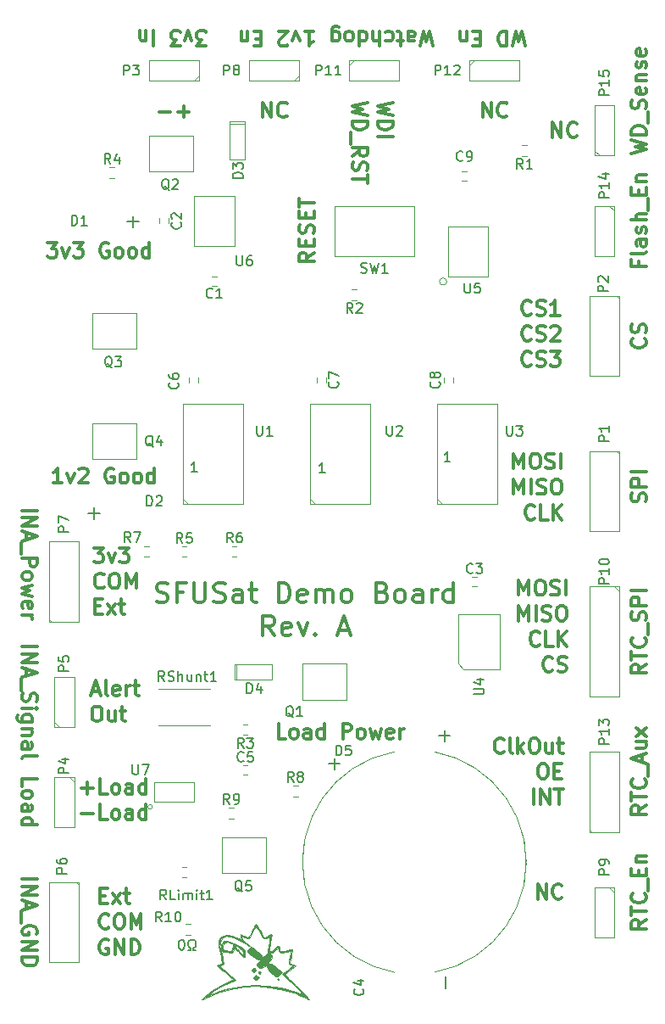
<source format=gbr>
G04 #@! TF.FileFunction,Legend,Top*
%FSLAX46Y46*%
G04 Gerber Fmt 4.6, Leading zero omitted, Abs format (unit mm)*
G04 Created by KiCad (PCBNEW 4.0.4-stable) date Wednesday, May 24, 2017 'PMt' 08:40:49 PM*
%MOMM*%
%LPD*%
G01*
G04 APERTURE LIST*
%ADD10C,0.100000*%
%ADD11C,0.200000*%
%ADD12C,0.300000*%
%ADD13C,0.120000*%
%ADD14C,0.050000*%
%ADD15C,0.010000*%
%ADD16C,0.150000*%
G04 APERTURE END LIST*
D10*
D11*
X249585715Y-100052381D02*
X249014286Y-100052381D01*
X249300000Y-100052381D02*
X249300000Y-99052381D01*
X249204762Y-99195238D01*
X249109524Y-99290476D01*
X249014286Y-99338095D01*
X237085715Y-101152381D02*
X236514286Y-101152381D01*
X236800000Y-101152381D02*
X236800000Y-100152381D01*
X236704762Y-100295238D01*
X236609524Y-100390476D01*
X236514286Y-100438095D01*
X224285715Y-101052381D02*
X223714286Y-101052381D01*
X224000000Y-101052381D02*
X224000000Y-100052381D01*
X223904762Y-100195238D01*
X223809524Y-100290476D01*
X223714286Y-100338095D01*
D12*
X235978571Y-79178571D02*
X235264286Y-79678571D01*
X235978571Y-80035714D02*
X234478571Y-80035714D01*
X234478571Y-79464286D01*
X234550000Y-79321428D01*
X234621429Y-79250000D01*
X234764286Y-79178571D01*
X234978571Y-79178571D01*
X235121429Y-79250000D01*
X235192857Y-79321428D01*
X235264286Y-79464286D01*
X235264286Y-80035714D01*
X235192857Y-78535714D02*
X235192857Y-78035714D01*
X235978571Y-77821428D02*
X235978571Y-78535714D01*
X234478571Y-78535714D01*
X234478571Y-77821428D01*
X235907143Y-77250000D02*
X235978571Y-77035714D01*
X235978571Y-76678571D01*
X235907143Y-76535714D01*
X235835714Y-76464285D01*
X235692857Y-76392857D01*
X235550000Y-76392857D01*
X235407143Y-76464285D01*
X235335714Y-76535714D01*
X235264286Y-76678571D01*
X235192857Y-76964285D01*
X235121429Y-77107143D01*
X235050000Y-77178571D01*
X234907143Y-77250000D01*
X234764286Y-77250000D01*
X234621429Y-77178571D01*
X234550000Y-77107143D01*
X234478571Y-76964285D01*
X234478571Y-76607143D01*
X234550000Y-76392857D01*
X235192857Y-75750000D02*
X235192857Y-75250000D01*
X235978571Y-75035714D02*
X235978571Y-75750000D01*
X234478571Y-75750000D01*
X234478571Y-75035714D01*
X234478571Y-74607143D02*
X234478571Y-73750000D01*
X235978571Y-74178571D02*
X234478571Y-74178571D01*
D11*
X214571428Y-105207143D02*
X213428571Y-105207143D01*
X214000000Y-105778571D02*
X214000000Y-104635714D01*
X238571428Y-130207143D02*
X237428571Y-130207143D01*
X238000000Y-130778571D02*
X238000000Y-129635714D01*
X218471428Y-76107143D02*
X217328571Y-76107143D01*
X217900000Y-76678571D02*
X217900000Y-75535714D01*
D12*
X233135715Y-127678571D02*
X232421429Y-127678571D01*
X232421429Y-126178571D01*
X233850001Y-127678571D02*
X233707143Y-127607143D01*
X233635715Y-127535714D01*
X233564286Y-127392857D01*
X233564286Y-126964286D01*
X233635715Y-126821429D01*
X233707143Y-126750000D01*
X233850001Y-126678571D01*
X234064286Y-126678571D01*
X234207143Y-126750000D01*
X234278572Y-126821429D01*
X234350001Y-126964286D01*
X234350001Y-127392857D01*
X234278572Y-127535714D01*
X234207143Y-127607143D01*
X234064286Y-127678571D01*
X233850001Y-127678571D01*
X235635715Y-127678571D02*
X235635715Y-126892857D01*
X235564286Y-126750000D01*
X235421429Y-126678571D01*
X235135715Y-126678571D01*
X234992858Y-126750000D01*
X235635715Y-127607143D02*
X235492858Y-127678571D01*
X235135715Y-127678571D01*
X234992858Y-127607143D01*
X234921429Y-127464286D01*
X234921429Y-127321429D01*
X234992858Y-127178571D01*
X235135715Y-127107143D01*
X235492858Y-127107143D01*
X235635715Y-127035714D01*
X236992858Y-127678571D02*
X236992858Y-126178571D01*
X236992858Y-127607143D02*
X236850001Y-127678571D01*
X236564287Y-127678571D01*
X236421429Y-127607143D01*
X236350001Y-127535714D01*
X236278572Y-127392857D01*
X236278572Y-126964286D01*
X236350001Y-126821429D01*
X236421429Y-126750000D01*
X236564287Y-126678571D01*
X236850001Y-126678571D01*
X236992858Y-126750000D01*
X238850001Y-127678571D02*
X238850001Y-126178571D01*
X239421429Y-126178571D01*
X239564287Y-126250000D01*
X239635715Y-126321429D01*
X239707144Y-126464286D01*
X239707144Y-126678571D01*
X239635715Y-126821429D01*
X239564287Y-126892857D01*
X239421429Y-126964286D01*
X238850001Y-126964286D01*
X240564287Y-127678571D02*
X240421429Y-127607143D01*
X240350001Y-127535714D01*
X240278572Y-127392857D01*
X240278572Y-126964286D01*
X240350001Y-126821429D01*
X240421429Y-126750000D01*
X240564287Y-126678571D01*
X240778572Y-126678571D01*
X240921429Y-126750000D01*
X240992858Y-126821429D01*
X241064287Y-126964286D01*
X241064287Y-127392857D01*
X240992858Y-127535714D01*
X240921429Y-127607143D01*
X240778572Y-127678571D01*
X240564287Y-127678571D01*
X241564287Y-126678571D02*
X241850001Y-127678571D01*
X242135715Y-126964286D01*
X242421430Y-127678571D01*
X242707144Y-126678571D01*
X243850001Y-127607143D02*
X243707144Y-127678571D01*
X243421430Y-127678571D01*
X243278573Y-127607143D01*
X243207144Y-127464286D01*
X243207144Y-126892857D01*
X243278573Y-126750000D01*
X243421430Y-126678571D01*
X243707144Y-126678571D01*
X243850001Y-126750000D01*
X243921430Y-126892857D01*
X243921430Y-127035714D01*
X243207144Y-127178571D01*
X244564287Y-127678571D02*
X244564287Y-126678571D01*
X244564287Y-126964286D02*
X244635715Y-126821429D01*
X244707144Y-126750000D01*
X244850001Y-126678571D01*
X244992858Y-126678571D01*
D11*
X222680952Y-147752381D02*
X222776191Y-147752381D01*
X222871429Y-147800000D01*
X222919048Y-147847619D01*
X222966667Y-147942857D01*
X223014286Y-148133333D01*
X223014286Y-148371429D01*
X222966667Y-148561905D01*
X222919048Y-148657143D01*
X222871429Y-148704762D01*
X222776191Y-148752381D01*
X222680952Y-148752381D01*
X222585714Y-148704762D01*
X222538095Y-148657143D01*
X222490476Y-148561905D01*
X222442857Y-148371429D01*
X222442857Y-148133333D01*
X222490476Y-147942857D01*
X222538095Y-147847619D01*
X222585714Y-147800000D01*
X222680952Y-147752381D01*
X223395238Y-148752381D02*
X223633333Y-148752381D01*
X223633333Y-148561905D01*
X223538095Y-148514286D01*
X223442857Y-148419048D01*
X223395238Y-148276190D01*
X223395238Y-148038095D01*
X223442857Y-147895238D01*
X223538095Y-147800000D01*
X223680952Y-147752381D01*
X223871429Y-147752381D01*
X224014286Y-147800000D01*
X224109524Y-147895238D01*
X224157143Y-148038095D01*
X224157143Y-148276190D01*
X224109524Y-148419048D01*
X224014286Y-148514286D01*
X223919048Y-148561905D01*
X223919048Y-148752381D01*
X224157143Y-148752381D01*
D12*
X210785715Y-102178571D02*
X209928572Y-102178571D01*
X210357144Y-102178571D02*
X210357144Y-100678571D01*
X210214287Y-100892857D01*
X210071429Y-101035714D01*
X209928572Y-101107143D01*
X211285715Y-101178571D02*
X211642858Y-102178571D01*
X212000000Y-101178571D01*
X212500000Y-100821429D02*
X212571429Y-100750000D01*
X212714286Y-100678571D01*
X213071429Y-100678571D01*
X213214286Y-100750000D01*
X213285715Y-100821429D01*
X213357143Y-100964286D01*
X213357143Y-101107143D01*
X213285715Y-101321429D01*
X212428572Y-102178571D01*
X213357143Y-102178571D01*
X215928571Y-100750000D02*
X215785714Y-100678571D01*
X215571428Y-100678571D01*
X215357143Y-100750000D01*
X215214285Y-100892857D01*
X215142857Y-101035714D01*
X215071428Y-101321429D01*
X215071428Y-101535714D01*
X215142857Y-101821429D01*
X215214285Y-101964286D01*
X215357143Y-102107143D01*
X215571428Y-102178571D01*
X215714285Y-102178571D01*
X215928571Y-102107143D01*
X216000000Y-102035714D01*
X216000000Y-101535714D01*
X215714285Y-101535714D01*
X216857143Y-102178571D02*
X216714285Y-102107143D01*
X216642857Y-102035714D01*
X216571428Y-101892857D01*
X216571428Y-101464286D01*
X216642857Y-101321429D01*
X216714285Y-101250000D01*
X216857143Y-101178571D01*
X217071428Y-101178571D01*
X217214285Y-101250000D01*
X217285714Y-101321429D01*
X217357143Y-101464286D01*
X217357143Y-101892857D01*
X217285714Y-102035714D01*
X217214285Y-102107143D01*
X217071428Y-102178571D01*
X216857143Y-102178571D01*
X218214286Y-102178571D02*
X218071428Y-102107143D01*
X218000000Y-102035714D01*
X217928571Y-101892857D01*
X217928571Y-101464286D01*
X218000000Y-101321429D01*
X218071428Y-101250000D01*
X218214286Y-101178571D01*
X218428571Y-101178571D01*
X218571428Y-101250000D01*
X218642857Y-101321429D01*
X218714286Y-101464286D01*
X218714286Y-101892857D01*
X218642857Y-102035714D01*
X218571428Y-102107143D01*
X218428571Y-102178571D01*
X218214286Y-102178571D01*
X220000000Y-102178571D02*
X220000000Y-100678571D01*
X220000000Y-102107143D02*
X219857143Y-102178571D01*
X219571429Y-102178571D01*
X219428571Y-102107143D01*
X219357143Y-102035714D01*
X219285714Y-101892857D01*
X219285714Y-101464286D01*
X219357143Y-101321429D01*
X219428571Y-101250000D01*
X219571429Y-101178571D01*
X219857143Y-101178571D01*
X220000000Y-101250000D01*
X209357144Y-78178571D02*
X210285715Y-78178571D01*
X209785715Y-78750000D01*
X210000001Y-78750000D01*
X210142858Y-78821429D01*
X210214287Y-78892857D01*
X210285715Y-79035714D01*
X210285715Y-79392857D01*
X210214287Y-79535714D01*
X210142858Y-79607143D01*
X210000001Y-79678571D01*
X209571429Y-79678571D01*
X209428572Y-79607143D01*
X209357144Y-79535714D01*
X210785715Y-78678571D02*
X211142858Y-79678571D01*
X211500000Y-78678571D01*
X211928572Y-78178571D02*
X212857143Y-78178571D01*
X212357143Y-78750000D01*
X212571429Y-78750000D01*
X212714286Y-78821429D01*
X212785715Y-78892857D01*
X212857143Y-79035714D01*
X212857143Y-79392857D01*
X212785715Y-79535714D01*
X212714286Y-79607143D01*
X212571429Y-79678571D01*
X212142857Y-79678571D01*
X212000000Y-79607143D01*
X211928572Y-79535714D01*
X215428571Y-78250000D02*
X215285714Y-78178571D01*
X215071428Y-78178571D01*
X214857143Y-78250000D01*
X214714285Y-78392857D01*
X214642857Y-78535714D01*
X214571428Y-78821429D01*
X214571428Y-79035714D01*
X214642857Y-79321429D01*
X214714285Y-79464286D01*
X214857143Y-79607143D01*
X215071428Y-79678571D01*
X215214285Y-79678571D01*
X215428571Y-79607143D01*
X215500000Y-79535714D01*
X215500000Y-79035714D01*
X215214285Y-79035714D01*
X216357143Y-79678571D02*
X216214285Y-79607143D01*
X216142857Y-79535714D01*
X216071428Y-79392857D01*
X216071428Y-78964286D01*
X216142857Y-78821429D01*
X216214285Y-78750000D01*
X216357143Y-78678571D01*
X216571428Y-78678571D01*
X216714285Y-78750000D01*
X216785714Y-78821429D01*
X216857143Y-78964286D01*
X216857143Y-79392857D01*
X216785714Y-79535714D01*
X216714285Y-79607143D01*
X216571428Y-79678571D01*
X216357143Y-79678571D01*
X217714286Y-79678571D02*
X217571428Y-79607143D01*
X217500000Y-79535714D01*
X217428571Y-79392857D01*
X217428571Y-78964286D01*
X217500000Y-78821429D01*
X217571428Y-78750000D01*
X217714286Y-78678571D01*
X217928571Y-78678571D01*
X218071428Y-78750000D01*
X218142857Y-78821429D01*
X218214286Y-78964286D01*
X218214286Y-79392857D01*
X218142857Y-79535714D01*
X218071428Y-79607143D01*
X217928571Y-79678571D01*
X217714286Y-79678571D01*
X219500000Y-79678571D02*
X219500000Y-78178571D01*
X219500000Y-79607143D02*
X219357143Y-79678571D01*
X219071429Y-79678571D01*
X218928571Y-79607143D01*
X218857143Y-79535714D01*
X218785714Y-79392857D01*
X218785714Y-78964286D01*
X218857143Y-78821429D01*
X218928571Y-78750000D01*
X219071429Y-78678571D01*
X219357143Y-78678571D01*
X219500000Y-78750000D01*
X258321429Y-143678571D02*
X258321429Y-142178571D01*
X259178572Y-143678571D01*
X259178572Y-142178571D01*
X260750001Y-143535714D02*
X260678572Y-143607143D01*
X260464286Y-143678571D01*
X260321429Y-143678571D01*
X260107144Y-143607143D01*
X259964286Y-143464286D01*
X259892858Y-143321429D01*
X259821429Y-143035714D01*
X259821429Y-142821429D01*
X259892858Y-142535714D01*
X259964286Y-142392857D01*
X260107144Y-142250000D01*
X260321429Y-142178571D01*
X260464286Y-142178571D01*
X260678572Y-142250000D01*
X260750001Y-142321429D01*
X269178571Y-145785714D02*
X268464286Y-146285714D01*
X269178571Y-146642857D02*
X267678571Y-146642857D01*
X267678571Y-146071429D01*
X267750000Y-145928571D01*
X267821429Y-145857143D01*
X267964286Y-145785714D01*
X268178571Y-145785714D01*
X268321429Y-145857143D01*
X268392857Y-145928571D01*
X268464286Y-146071429D01*
X268464286Y-146642857D01*
X267678571Y-145357143D02*
X267678571Y-144500000D01*
X269178571Y-144928571D02*
X267678571Y-144928571D01*
X269035714Y-143142857D02*
X269107143Y-143214286D01*
X269178571Y-143428572D01*
X269178571Y-143571429D01*
X269107143Y-143785714D01*
X268964286Y-143928572D01*
X268821429Y-144000000D01*
X268535714Y-144071429D01*
X268321429Y-144071429D01*
X268035714Y-144000000D01*
X267892857Y-143928572D01*
X267750000Y-143785714D01*
X267678571Y-143571429D01*
X267678571Y-143428572D01*
X267750000Y-143214286D01*
X267821429Y-143142857D01*
X269321429Y-142857143D02*
X269321429Y-141714286D01*
X268392857Y-141357143D02*
X268392857Y-140857143D01*
X269178571Y-140642857D02*
X269178571Y-141357143D01*
X267678571Y-141357143D01*
X267678571Y-140642857D01*
X268178571Y-140000000D02*
X269178571Y-140000000D01*
X268321429Y-140000000D02*
X268250000Y-139928572D01*
X268178571Y-139785714D01*
X268178571Y-139571429D01*
X268250000Y-139428572D01*
X268392857Y-139357143D01*
X269178571Y-139357143D01*
X254928571Y-128985714D02*
X254857142Y-129057143D01*
X254642856Y-129128571D01*
X254499999Y-129128571D01*
X254285714Y-129057143D01*
X254142856Y-128914286D01*
X254071428Y-128771429D01*
X253999999Y-128485714D01*
X253999999Y-128271429D01*
X254071428Y-127985714D01*
X254142856Y-127842857D01*
X254285714Y-127700000D01*
X254499999Y-127628571D01*
X254642856Y-127628571D01*
X254857142Y-127700000D01*
X254928571Y-127771429D01*
X255785714Y-129128571D02*
X255642856Y-129057143D01*
X255571428Y-128914286D01*
X255571428Y-127628571D01*
X256357142Y-129128571D02*
X256357142Y-127628571D01*
X256499999Y-128557143D02*
X256928570Y-129128571D01*
X256928570Y-128128571D02*
X256357142Y-128700000D01*
X257857142Y-127628571D02*
X258142856Y-127628571D01*
X258285714Y-127700000D01*
X258428571Y-127842857D01*
X258499999Y-128128571D01*
X258499999Y-128628571D01*
X258428571Y-128914286D01*
X258285714Y-129057143D01*
X258142856Y-129128571D01*
X257857142Y-129128571D01*
X257714285Y-129057143D01*
X257571428Y-128914286D01*
X257499999Y-128628571D01*
X257499999Y-128128571D01*
X257571428Y-127842857D01*
X257714285Y-127700000D01*
X257857142Y-127628571D01*
X259785714Y-128128571D02*
X259785714Y-129128571D01*
X259142857Y-128128571D02*
X259142857Y-128914286D01*
X259214285Y-129057143D01*
X259357143Y-129128571D01*
X259571428Y-129128571D01*
X259714285Y-129057143D01*
X259785714Y-128985714D01*
X260285714Y-128128571D02*
X260857143Y-128128571D01*
X260500000Y-127628571D02*
X260500000Y-128914286D01*
X260571428Y-129057143D01*
X260714286Y-129128571D01*
X260857143Y-129128571D01*
X258714285Y-130178571D02*
X258999999Y-130178571D01*
X259142857Y-130250000D01*
X259285714Y-130392857D01*
X259357142Y-130678571D01*
X259357142Y-131178571D01*
X259285714Y-131464286D01*
X259142857Y-131607143D01*
X258999999Y-131678571D01*
X258714285Y-131678571D01*
X258571428Y-131607143D01*
X258428571Y-131464286D01*
X258357142Y-131178571D01*
X258357142Y-130678571D01*
X258428571Y-130392857D01*
X258571428Y-130250000D01*
X258714285Y-130178571D01*
X260000000Y-130892857D02*
X260500000Y-130892857D01*
X260714286Y-131678571D02*
X260000000Y-131678571D01*
X260000000Y-130178571D01*
X260714286Y-130178571D01*
X257928571Y-134228571D02*
X257928571Y-132728571D01*
X258642857Y-134228571D02*
X258642857Y-132728571D01*
X259500000Y-134228571D01*
X259500000Y-132728571D01*
X260000000Y-132728571D02*
X260857143Y-132728571D01*
X260428572Y-134228571D02*
X260428572Y-132728571D01*
X269178571Y-134357142D02*
X268464286Y-134857142D01*
X269178571Y-135214285D02*
X267678571Y-135214285D01*
X267678571Y-134642857D01*
X267750000Y-134499999D01*
X267821429Y-134428571D01*
X267964286Y-134357142D01*
X268178571Y-134357142D01*
X268321429Y-134428571D01*
X268392857Y-134499999D01*
X268464286Y-134642857D01*
X268464286Y-135214285D01*
X267678571Y-133928571D02*
X267678571Y-133071428D01*
X269178571Y-133499999D02*
X267678571Y-133499999D01*
X269035714Y-131714285D02*
X269107143Y-131785714D01*
X269178571Y-132000000D01*
X269178571Y-132142857D01*
X269107143Y-132357142D01*
X268964286Y-132500000D01*
X268821429Y-132571428D01*
X268535714Y-132642857D01*
X268321429Y-132642857D01*
X268035714Y-132571428D01*
X267892857Y-132500000D01*
X267750000Y-132357142D01*
X267678571Y-132142857D01*
X267678571Y-132000000D01*
X267750000Y-131785714D01*
X267821429Y-131714285D01*
X269321429Y-131428571D02*
X269321429Y-130285714D01*
X268750000Y-130000000D02*
X268750000Y-129285714D01*
X269178571Y-130142857D02*
X267678571Y-129642857D01*
X269178571Y-129142857D01*
X268178571Y-128000000D02*
X269178571Y-128000000D01*
X268178571Y-128642857D02*
X268964286Y-128642857D01*
X269107143Y-128571429D01*
X269178571Y-128428571D01*
X269178571Y-128214286D01*
X269107143Y-128071429D01*
X269035714Y-128000000D01*
X269178571Y-127428571D02*
X268178571Y-126642857D01*
X268178571Y-127428571D02*
X269178571Y-126642857D01*
X256428571Y-113353571D02*
X256428571Y-111853571D01*
X256928571Y-112925000D01*
X257428571Y-111853571D01*
X257428571Y-113353571D01*
X258428571Y-111853571D02*
X258714285Y-111853571D01*
X258857143Y-111925000D01*
X259000000Y-112067857D01*
X259071428Y-112353571D01*
X259071428Y-112853571D01*
X259000000Y-113139286D01*
X258857143Y-113282143D01*
X258714285Y-113353571D01*
X258428571Y-113353571D01*
X258285714Y-113282143D01*
X258142857Y-113139286D01*
X258071428Y-112853571D01*
X258071428Y-112353571D01*
X258142857Y-112067857D01*
X258285714Y-111925000D01*
X258428571Y-111853571D01*
X259642857Y-113282143D02*
X259857143Y-113353571D01*
X260214286Y-113353571D01*
X260357143Y-113282143D01*
X260428572Y-113210714D01*
X260500000Y-113067857D01*
X260500000Y-112925000D01*
X260428572Y-112782143D01*
X260357143Y-112710714D01*
X260214286Y-112639286D01*
X259928572Y-112567857D01*
X259785714Y-112496429D01*
X259714286Y-112425000D01*
X259642857Y-112282143D01*
X259642857Y-112139286D01*
X259714286Y-111996429D01*
X259785714Y-111925000D01*
X259928572Y-111853571D01*
X260285714Y-111853571D01*
X260500000Y-111925000D01*
X261142857Y-113353571D02*
X261142857Y-111853571D01*
X256428571Y-115903571D02*
X256428571Y-114403571D01*
X256928571Y-115475000D01*
X257428571Y-114403571D01*
X257428571Y-115903571D01*
X258142857Y-115903571D02*
X258142857Y-114403571D01*
X258785714Y-115832143D02*
X259000000Y-115903571D01*
X259357143Y-115903571D01*
X259500000Y-115832143D01*
X259571429Y-115760714D01*
X259642857Y-115617857D01*
X259642857Y-115475000D01*
X259571429Y-115332143D01*
X259500000Y-115260714D01*
X259357143Y-115189286D01*
X259071429Y-115117857D01*
X258928571Y-115046429D01*
X258857143Y-114975000D01*
X258785714Y-114832143D01*
X258785714Y-114689286D01*
X258857143Y-114546429D01*
X258928571Y-114475000D01*
X259071429Y-114403571D01*
X259428571Y-114403571D01*
X259642857Y-114475000D01*
X260571428Y-114403571D02*
X260857142Y-114403571D01*
X261000000Y-114475000D01*
X261142857Y-114617857D01*
X261214285Y-114903571D01*
X261214285Y-115403571D01*
X261142857Y-115689286D01*
X261000000Y-115832143D01*
X260857142Y-115903571D01*
X260571428Y-115903571D01*
X260428571Y-115832143D01*
X260285714Y-115689286D01*
X260214285Y-115403571D01*
X260214285Y-114903571D01*
X260285714Y-114617857D01*
X260428571Y-114475000D01*
X260571428Y-114403571D01*
X258500000Y-118310714D02*
X258428571Y-118382143D01*
X258214285Y-118453571D01*
X258071428Y-118453571D01*
X257857143Y-118382143D01*
X257714285Y-118239286D01*
X257642857Y-118096429D01*
X257571428Y-117810714D01*
X257571428Y-117596429D01*
X257642857Y-117310714D01*
X257714285Y-117167857D01*
X257857143Y-117025000D01*
X258071428Y-116953571D01*
X258214285Y-116953571D01*
X258428571Y-117025000D01*
X258500000Y-117096429D01*
X259857143Y-118453571D02*
X259142857Y-118453571D01*
X259142857Y-116953571D01*
X260357143Y-118453571D02*
X260357143Y-116953571D01*
X261214286Y-118453571D02*
X260571429Y-117596429D01*
X261214286Y-116953571D02*
X260357143Y-117810714D01*
X259785715Y-120860714D02*
X259714286Y-120932143D01*
X259500000Y-121003571D01*
X259357143Y-121003571D01*
X259142858Y-120932143D01*
X259000000Y-120789286D01*
X258928572Y-120646429D01*
X258857143Y-120360714D01*
X258857143Y-120146429D01*
X258928572Y-119860714D01*
X259000000Y-119717857D01*
X259142858Y-119575000D01*
X259357143Y-119503571D01*
X259500000Y-119503571D01*
X259714286Y-119575000D01*
X259785715Y-119646429D01*
X260357143Y-120932143D02*
X260571429Y-121003571D01*
X260928572Y-121003571D01*
X261071429Y-120932143D01*
X261142858Y-120860714D01*
X261214286Y-120717857D01*
X261214286Y-120575000D01*
X261142858Y-120432143D01*
X261071429Y-120360714D01*
X260928572Y-120289286D01*
X260642858Y-120217857D01*
X260500000Y-120146429D01*
X260428572Y-120075000D01*
X260357143Y-119932143D01*
X260357143Y-119789286D01*
X260428572Y-119646429D01*
X260500000Y-119575000D01*
X260642858Y-119503571D01*
X261000000Y-119503571D01*
X261214286Y-119575000D01*
X269178571Y-120249999D02*
X268464286Y-120749999D01*
X269178571Y-121107142D02*
X267678571Y-121107142D01*
X267678571Y-120535714D01*
X267750000Y-120392856D01*
X267821429Y-120321428D01*
X267964286Y-120249999D01*
X268178571Y-120249999D01*
X268321429Y-120321428D01*
X268392857Y-120392856D01*
X268464286Y-120535714D01*
X268464286Y-121107142D01*
X267678571Y-119821428D02*
X267678571Y-118964285D01*
X269178571Y-119392856D02*
X267678571Y-119392856D01*
X269035714Y-117607142D02*
X269107143Y-117678571D01*
X269178571Y-117892857D01*
X269178571Y-118035714D01*
X269107143Y-118249999D01*
X268964286Y-118392857D01*
X268821429Y-118464285D01*
X268535714Y-118535714D01*
X268321429Y-118535714D01*
X268035714Y-118464285D01*
X267892857Y-118392857D01*
X267750000Y-118249999D01*
X267678571Y-118035714D01*
X267678571Y-117892857D01*
X267750000Y-117678571D01*
X267821429Y-117607142D01*
X269321429Y-117321428D02*
X269321429Y-116178571D01*
X269107143Y-115892857D02*
X269178571Y-115678571D01*
X269178571Y-115321428D01*
X269107143Y-115178571D01*
X269035714Y-115107142D01*
X268892857Y-115035714D01*
X268750000Y-115035714D01*
X268607143Y-115107142D01*
X268535714Y-115178571D01*
X268464286Y-115321428D01*
X268392857Y-115607142D01*
X268321429Y-115750000D01*
X268250000Y-115821428D01*
X268107143Y-115892857D01*
X267964286Y-115892857D01*
X267821429Y-115821428D01*
X267750000Y-115750000D01*
X267678571Y-115607142D01*
X267678571Y-115250000D01*
X267750000Y-115035714D01*
X269178571Y-114392857D02*
X267678571Y-114392857D01*
X267678571Y-113821429D01*
X267750000Y-113678571D01*
X267821429Y-113607143D01*
X267964286Y-113535714D01*
X268178571Y-113535714D01*
X268321429Y-113607143D01*
X268392857Y-113678571D01*
X268464286Y-113821429D01*
X268464286Y-114392857D01*
X269178571Y-112892857D02*
X267678571Y-112892857D01*
X269107143Y-104035714D02*
X269178571Y-103821428D01*
X269178571Y-103464285D01*
X269107143Y-103321428D01*
X269035714Y-103249999D01*
X268892857Y-103178571D01*
X268750000Y-103178571D01*
X268607143Y-103249999D01*
X268535714Y-103321428D01*
X268464286Y-103464285D01*
X268392857Y-103749999D01*
X268321429Y-103892857D01*
X268250000Y-103964285D01*
X268107143Y-104035714D01*
X267964286Y-104035714D01*
X267821429Y-103964285D01*
X267750000Y-103892857D01*
X267678571Y-103749999D01*
X267678571Y-103392857D01*
X267750000Y-103178571D01*
X269178571Y-102535714D02*
X267678571Y-102535714D01*
X267678571Y-101964286D01*
X267750000Y-101821428D01*
X267821429Y-101750000D01*
X267964286Y-101678571D01*
X268178571Y-101678571D01*
X268321429Y-101750000D01*
X268392857Y-101821428D01*
X268464286Y-101964286D01*
X268464286Y-102535714D01*
X269178571Y-101035714D02*
X267678571Y-101035714D01*
X269035714Y-87749999D02*
X269107143Y-87821428D01*
X269178571Y-88035714D01*
X269178571Y-88178571D01*
X269107143Y-88392856D01*
X268964286Y-88535714D01*
X268821429Y-88607142D01*
X268535714Y-88678571D01*
X268321429Y-88678571D01*
X268035714Y-88607142D01*
X267892857Y-88535714D01*
X267750000Y-88392856D01*
X267678571Y-88178571D01*
X267678571Y-88035714D01*
X267750000Y-87821428D01*
X267821429Y-87749999D01*
X269107143Y-87178571D02*
X269178571Y-86964285D01*
X269178571Y-86607142D01*
X269107143Y-86464285D01*
X269035714Y-86392856D01*
X268892857Y-86321428D01*
X268750000Y-86321428D01*
X268607143Y-86392856D01*
X268535714Y-86464285D01*
X268464286Y-86607142D01*
X268392857Y-86892856D01*
X268321429Y-87035714D01*
X268250000Y-87107142D01*
X268107143Y-87178571D01*
X267964286Y-87178571D01*
X267821429Y-87107142D01*
X267750000Y-87035714D01*
X267678571Y-86892856D01*
X267678571Y-86535714D01*
X267750000Y-86321428D01*
X268392857Y-80071428D02*
X268392857Y-80571428D01*
X269178571Y-80571428D02*
X267678571Y-80571428D01*
X267678571Y-79857142D01*
X269178571Y-79071428D02*
X269107143Y-79214286D01*
X268964286Y-79285714D01*
X267678571Y-79285714D01*
X269178571Y-77857143D02*
X268392857Y-77857143D01*
X268250000Y-77928572D01*
X268178571Y-78071429D01*
X268178571Y-78357143D01*
X268250000Y-78500000D01*
X269107143Y-77857143D02*
X269178571Y-78000000D01*
X269178571Y-78357143D01*
X269107143Y-78500000D01*
X268964286Y-78571429D01*
X268821429Y-78571429D01*
X268678571Y-78500000D01*
X268607143Y-78357143D01*
X268607143Y-78000000D01*
X268535714Y-77857143D01*
X269107143Y-77214286D02*
X269178571Y-77071429D01*
X269178571Y-76785714D01*
X269107143Y-76642857D01*
X268964286Y-76571429D01*
X268892857Y-76571429D01*
X268750000Y-76642857D01*
X268678571Y-76785714D01*
X268678571Y-77000000D01*
X268607143Y-77142857D01*
X268464286Y-77214286D01*
X268392857Y-77214286D01*
X268250000Y-77142857D01*
X268178571Y-77000000D01*
X268178571Y-76785714D01*
X268250000Y-76642857D01*
X269178571Y-75928571D02*
X267678571Y-75928571D01*
X269178571Y-75285714D02*
X268392857Y-75285714D01*
X268250000Y-75357143D01*
X268178571Y-75500000D01*
X268178571Y-75714285D01*
X268250000Y-75857143D01*
X268321429Y-75928571D01*
X269321429Y-74928571D02*
X269321429Y-73785714D01*
X268392857Y-73428571D02*
X268392857Y-72928571D01*
X269178571Y-72714285D02*
X269178571Y-73428571D01*
X267678571Y-73428571D01*
X267678571Y-72714285D01*
X268178571Y-72071428D02*
X269178571Y-72071428D01*
X268321429Y-72071428D02*
X268250000Y-72000000D01*
X268178571Y-71857142D01*
X268178571Y-71642857D01*
X268250000Y-71500000D01*
X268392857Y-71428571D01*
X269178571Y-71428571D01*
X259821429Y-67678571D02*
X259821429Y-66178571D01*
X260678572Y-67678571D01*
X260678572Y-66178571D01*
X262250001Y-67535714D02*
X262178572Y-67607143D01*
X261964286Y-67678571D01*
X261821429Y-67678571D01*
X261607144Y-67607143D01*
X261464286Y-67464286D01*
X261392858Y-67321429D01*
X261321429Y-67035714D01*
X261321429Y-66821429D01*
X261392858Y-66535714D01*
X261464286Y-66392857D01*
X261607144Y-66250000D01*
X261821429Y-66178571D01*
X261964286Y-66178571D01*
X262178572Y-66250000D01*
X262250001Y-66321429D01*
X267678571Y-69249999D02*
X269178571Y-68892856D01*
X268107143Y-68607142D01*
X269178571Y-68321428D01*
X267678571Y-67964285D01*
X269178571Y-67392856D02*
X267678571Y-67392856D01*
X267678571Y-67035713D01*
X267750000Y-66821428D01*
X267892857Y-66678570D01*
X268035714Y-66607142D01*
X268321429Y-66535713D01*
X268535714Y-66535713D01*
X268821429Y-66607142D01*
X268964286Y-66678570D01*
X269107143Y-66821428D01*
X269178571Y-67035713D01*
X269178571Y-67392856D01*
X269321429Y-66249999D02*
X269321429Y-65107142D01*
X269107143Y-64821428D02*
X269178571Y-64607142D01*
X269178571Y-64249999D01*
X269107143Y-64107142D01*
X269035714Y-64035713D01*
X268892857Y-63964285D01*
X268750000Y-63964285D01*
X268607143Y-64035713D01*
X268535714Y-64107142D01*
X268464286Y-64249999D01*
X268392857Y-64535713D01*
X268321429Y-64678571D01*
X268250000Y-64749999D01*
X268107143Y-64821428D01*
X267964286Y-64821428D01*
X267821429Y-64749999D01*
X267750000Y-64678571D01*
X267678571Y-64535713D01*
X267678571Y-64178571D01*
X267750000Y-63964285D01*
X269107143Y-62750000D02*
X269178571Y-62892857D01*
X269178571Y-63178571D01*
X269107143Y-63321428D01*
X268964286Y-63392857D01*
X268392857Y-63392857D01*
X268250000Y-63321428D01*
X268178571Y-63178571D01*
X268178571Y-62892857D01*
X268250000Y-62750000D01*
X268392857Y-62678571D01*
X268535714Y-62678571D01*
X268678571Y-63392857D01*
X268178571Y-62035714D02*
X269178571Y-62035714D01*
X268321429Y-62035714D02*
X268250000Y-61964286D01*
X268178571Y-61821428D01*
X268178571Y-61607143D01*
X268250000Y-61464286D01*
X268392857Y-61392857D01*
X269178571Y-61392857D01*
X269107143Y-60750000D02*
X269178571Y-60607143D01*
X269178571Y-60321428D01*
X269107143Y-60178571D01*
X268964286Y-60107143D01*
X268892857Y-60107143D01*
X268750000Y-60178571D01*
X268678571Y-60321428D01*
X268678571Y-60535714D01*
X268607143Y-60678571D01*
X268464286Y-60750000D01*
X268392857Y-60750000D01*
X268250000Y-60678571D01*
X268178571Y-60535714D01*
X268178571Y-60321428D01*
X268250000Y-60178571D01*
X269107143Y-58892857D02*
X269178571Y-59035714D01*
X269178571Y-59321428D01*
X269107143Y-59464285D01*
X268964286Y-59535714D01*
X268392857Y-59535714D01*
X268250000Y-59464285D01*
X268178571Y-59321428D01*
X268178571Y-59035714D01*
X268250000Y-58892857D01*
X268392857Y-58821428D01*
X268535714Y-58821428D01*
X268678571Y-59535714D01*
X252821429Y-65678571D02*
X252821429Y-64178571D01*
X253678572Y-65678571D01*
X253678572Y-64178571D01*
X255250001Y-65535714D02*
X255178572Y-65607143D01*
X254964286Y-65678571D01*
X254821429Y-65678571D01*
X254607144Y-65607143D01*
X254464286Y-65464286D01*
X254392858Y-65321429D01*
X254321429Y-65035714D01*
X254321429Y-64821429D01*
X254392858Y-64535714D01*
X254464286Y-64392857D01*
X254607144Y-64250000D01*
X254821429Y-64178571D01*
X254964286Y-64178571D01*
X255178572Y-64250000D01*
X255250001Y-64321429D01*
X257071428Y-58571429D02*
X256714285Y-57071429D01*
X256428571Y-58142857D01*
X256142857Y-57071429D01*
X255785714Y-58571429D01*
X255214285Y-57071429D02*
X255214285Y-58571429D01*
X254857142Y-58571429D01*
X254642857Y-58500000D01*
X254499999Y-58357143D01*
X254428571Y-58214286D01*
X254357142Y-57928571D01*
X254357142Y-57714286D01*
X254428571Y-57428571D01*
X254499999Y-57285714D01*
X254642857Y-57142857D01*
X254857142Y-57071429D01*
X255214285Y-57071429D01*
X252571428Y-57857143D02*
X252071428Y-57857143D01*
X251857142Y-57071429D02*
X252571428Y-57071429D01*
X252571428Y-58571429D01*
X251857142Y-58571429D01*
X251214285Y-58071429D02*
X251214285Y-57071429D01*
X251214285Y-57928571D02*
X251142857Y-58000000D01*
X250999999Y-58071429D01*
X250785714Y-58071429D01*
X250642857Y-58000000D01*
X250571428Y-57857143D01*
X250571428Y-57071429D01*
X243846429Y-64214286D02*
X242346429Y-64571429D01*
X243417857Y-64857143D01*
X242346429Y-65142857D01*
X243846429Y-65500000D01*
X242346429Y-66071429D02*
X243846429Y-66071429D01*
X243846429Y-66428572D01*
X243775000Y-66642857D01*
X243632143Y-66785715D01*
X243489286Y-66857143D01*
X243203571Y-66928572D01*
X242989286Y-66928572D01*
X242703571Y-66857143D01*
X242560714Y-66785715D01*
X242417857Y-66642857D01*
X242346429Y-66428572D01*
X242346429Y-66071429D01*
X242346429Y-67571429D02*
X243846429Y-67571429D01*
X241296429Y-64214286D02*
X239796429Y-64571429D01*
X240867857Y-64857143D01*
X239796429Y-65142857D01*
X241296429Y-65500000D01*
X239796429Y-66071429D02*
X241296429Y-66071429D01*
X241296429Y-66428572D01*
X241225000Y-66642857D01*
X241082143Y-66785715D01*
X240939286Y-66857143D01*
X240653571Y-66928572D01*
X240439286Y-66928572D01*
X240153571Y-66857143D01*
X240010714Y-66785715D01*
X239867857Y-66642857D01*
X239796429Y-66428572D01*
X239796429Y-66071429D01*
X239653571Y-67214286D02*
X239653571Y-68357143D01*
X239796429Y-69571429D02*
X240510714Y-69071429D01*
X239796429Y-68714286D02*
X241296429Y-68714286D01*
X241296429Y-69285714D01*
X241225000Y-69428572D01*
X241153571Y-69500000D01*
X241010714Y-69571429D01*
X240796429Y-69571429D01*
X240653571Y-69500000D01*
X240582143Y-69428572D01*
X240510714Y-69285714D01*
X240510714Y-68714286D01*
X239867857Y-70142857D02*
X239796429Y-70357143D01*
X239796429Y-70714286D01*
X239867857Y-70857143D01*
X239939286Y-70928572D01*
X240082143Y-71000000D01*
X240225000Y-71000000D01*
X240367857Y-70928572D01*
X240439286Y-70857143D01*
X240510714Y-70714286D01*
X240582143Y-70428572D01*
X240653571Y-70285714D01*
X240725000Y-70214286D01*
X240867857Y-70142857D01*
X241010714Y-70142857D01*
X241153571Y-70214286D01*
X241225000Y-70285714D01*
X241296429Y-70428572D01*
X241296429Y-70785714D01*
X241225000Y-71000000D01*
X241296429Y-71428571D02*
X241296429Y-72285714D01*
X239796429Y-71857143D02*
X241296429Y-71857143D01*
X247857143Y-58571429D02*
X247500000Y-57071429D01*
X247214286Y-58142857D01*
X246928572Y-57071429D01*
X246571429Y-58571429D01*
X245357143Y-57071429D02*
X245357143Y-57857143D01*
X245428572Y-58000000D01*
X245571429Y-58071429D01*
X245857143Y-58071429D01*
X246000000Y-58000000D01*
X245357143Y-57142857D02*
X245500000Y-57071429D01*
X245857143Y-57071429D01*
X246000000Y-57142857D01*
X246071429Y-57285714D01*
X246071429Y-57428571D01*
X246000000Y-57571429D01*
X245857143Y-57642857D01*
X245500000Y-57642857D01*
X245357143Y-57714286D01*
X244857143Y-58071429D02*
X244285714Y-58071429D01*
X244642857Y-58571429D02*
X244642857Y-57285714D01*
X244571429Y-57142857D01*
X244428571Y-57071429D01*
X244285714Y-57071429D01*
X243142857Y-57142857D02*
X243285714Y-57071429D01*
X243571428Y-57071429D01*
X243714286Y-57142857D01*
X243785714Y-57214286D01*
X243857143Y-57357143D01*
X243857143Y-57785714D01*
X243785714Y-57928571D01*
X243714286Y-58000000D01*
X243571428Y-58071429D01*
X243285714Y-58071429D01*
X243142857Y-58000000D01*
X242500000Y-57071429D02*
X242500000Y-58571429D01*
X241857143Y-57071429D02*
X241857143Y-57857143D01*
X241928572Y-58000000D01*
X242071429Y-58071429D01*
X242285714Y-58071429D01*
X242428572Y-58000000D01*
X242500000Y-57928571D01*
X240500000Y-57071429D02*
X240500000Y-58571429D01*
X240500000Y-57142857D02*
X240642857Y-57071429D01*
X240928571Y-57071429D01*
X241071429Y-57142857D01*
X241142857Y-57214286D01*
X241214286Y-57357143D01*
X241214286Y-57785714D01*
X241142857Y-57928571D01*
X241071429Y-58000000D01*
X240928571Y-58071429D01*
X240642857Y-58071429D01*
X240500000Y-58000000D01*
X239571428Y-57071429D02*
X239714286Y-57142857D01*
X239785714Y-57214286D01*
X239857143Y-57357143D01*
X239857143Y-57785714D01*
X239785714Y-57928571D01*
X239714286Y-58000000D01*
X239571428Y-58071429D01*
X239357143Y-58071429D01*
X239214286Y-58000000D01*
X239142857Y-57928571D01*
X239071428Y-57785714D01*
X239071428Y-57357143D01*
X239142857Y-57214286D01*
X239214286Y-57142857D01*
X239357143Y-57071429D01*
X239571428Y-57071429D01*
X237785714Y-58071429D02*
X237785714Y-56857143D01*
X237857143Y-56714286D01*
X237928571Y-56642857D01*
X238071428Y-56571429D01*
X238285714Y-56571429D01*
X238428571Y-56642857D01*
X237785714Y-57142857D02*
X237928571Y-57071429D01*
X238214285Y-57071429D01*
X238357143Y-57142857D01*
X238428571Y-57214286D01*
X238500000Y-57357143D01*
X238500000Y-57785714D01*
X238428571Y-57928571D01*
X238357143Y-58000000D01*
X238214285Y-58071429D01*
X237928571Y-58071429D01*
X237785714Y-58000000D01*
X230821429Y-65678571D02*
X230821429Y-64178571D01*
X231678572Y-65678571D01*
X231678572Y-64178571D01*
X233250001Y-65535714D02*
X233178572Y-65607143D01*
X232964286Y-65678571D01*
X232821429Y-65678571D01*
X232607144Y-65607143D01*
X232464286Y-65464286D01*
X232392858Y-65321429D01*
X232321429Y-65035714D01*
X232321429Y-64821429D01*
X232392858Y-64535714D01*
X232464286Y-64392857D01*
X232607144Y-64250000D01*
X232821429Y-64178571D01*
X232964286Y-64178571D01*
X233178572Y-64250000D01*
X233250001Y-64321429D01*
X235035714Y-57071429D02*
X235892857Y-57071429D01*
X235464285Y-57071429D02*
X235464285Y-58571429D01*
X235607142Y-58357143D01*
X235750000Y-58214286D01*
X235892857Y-58142857D01*
X234535714Y-58071429D02*
X234178571Y-57071429D01*
X233821429Y-58071429D01*
X233321429Y-58428571D02*
X233250000Y-58500000D01*
X233107143Y-58571429D01*
X232750000Y-58571429D01*
X232607143Y-58500000D01*
X232535714Y-58428571D01*
X232464286Y-58285714D01*
X232464286Y-58142857D01*
X232535714Y-57928571D01*
X233392857Y-57071429D01*
X232464286Y-57071429D01*
X230678572Y-57857143D02*
X230178572Y-57857143D01*
X229964286Y-57071429D02*
X230678572Y-57071429D01*
X230678572Y-58571429D01*
X229964286Y-58571429D01*
X229321429Y-58071429D02*
X229321429Y-57071429D01*
X229321429Y-57928571D02*
X229250001Y-58000000D01*
X229107143Y-58071429D01*
X228892858Y-58071429D01*
X228750001Y-58000000D01*
X228678572Y-57857143D01*
X228678572Y-57071429D01*
X220500000Y-65107143D02*
X221642857Y-65107143D01*
X222357143Y-65107143D02*
X223500000Y-65107143D01*
X222928571Y-65678571D02*
X222928571Y-64535714D01*
X225192856Y-58521429D02*
X224264285Y-58521429D01*
X224764285Y-57950000D01*
X224549999Y-57950000D01*
X224407142Y-57878571D01*
X224335713Y-57807143D01*
X224264285Y-57664286D01*
X224264285Y-57307143D01*
X224335713Y-57164286D01*
X224407142Y-57092857D01*
X224549999Y-57021429D01*
X224978571Y-57021429D01*
X225121428Y-57092857D01*
X225192856Y-57164286D01*
X223764285Y-58021429D02*
X223407142Y-57021429D01*
X223050000Y-58021429D01*
X222621428Y-58521429D02*
X221692857Y-58521429D01*
X222192857Y-57950000D01*
X221978571Y-57950000D01*
X221835714Y-57878571D01*
X221764285Y-57807143D01*
X221692857Y-57664286D01*
X221692857Y-57307143D01*
X221764285Y-57164286D01*
X221835714Y-57092857D01*
X221978571Y-57021429D01*
X222407143Y-57021429D01*
X222550000Y-57092857D01*
X222621428Y-57164286D01*
X219907143Y-57021429D02*
X219907143Y-58521429D01*
X219192857Y-58021429D02*
X219192857Y-57021429D01*
X219192857Y-57878571D02*
X219121429Y-57950000D01*
X218978571Y-58021429D01*
X218764286Y-58021429D01*
X218621429Y-57950000D01*
X218550000Y-57807143D01*
X218550000Y-57021429D01*
X206821429Y-104928572D02*
X208321429Y-104928572D01*
X206821429Y-105642858D02*
X208321429Y-105642858D01*
X206821429Y-106500001D01*
X208321429Y-106500001D01*
X207250000Y-107142858D02*
X207250000Y-107857144D01*
X206821429Y-107000001D02*
X208321429Y-107500001D01*
X206821429Y-108000001D01*
X206678571Y-108142858D02*
X206678571Y-109285715D01*
X206821429Y-109642858D02*
X208321429Y-109642858D01*
X208321429Y-110214286D01*
X208250000Y-110357144D01*
X208178571Y-110428572D01*
X208035714Y-110500001D01*
X207821429Y-110500001D01*
X207678571Y-110428572D01*
X207607143Y-110357144D01*
X207535714Y-110214286D01*
X207535714Y-109642858D01*
X206821429Y-111357144D02*
X206892857Y-111214286D01*
X206964286Y-111142858D01*
X207107143Y-111071429D01*
X207535714Y-111071429D01*
X207678571Y-111142858D01*
X207750000Y-111214286D01*
X207821429Y-111357144D01*
X207821429Y-111571429D01*
X207750000Y-111714286D01*
X207678571Y-111785715D01*
X207535714Y-111857144D01*
X207107143Y-111857144D01*
X206964286Y-111785715D01*
X206892857Y-111714286D01*
X206821429Y-111571429D01*
X206821429Y-111357144D01*
X207821429Y-112357144D02*
X206821429Y-112642858D01*
X207535714Y-112928572D01*
X206821429Y-113214287D01*
X207821429Y-113500001D01*
X206892857Y-114642858D02*
X206821429Y-114500001D01*
X206821429Y-114214287D01*
X206892857Y-114071430D01*
X207035714Y-114000001D01*
X207607143Y-114000001D01*
X207750000Y-114071430D01*
X207821429Y-114214287D01*
X207821429Y-114500001D01*
X207750000Y-114642858D01*
X207607143Y-114714287D01*
X207464286Y-114714287D01*
X207321429Y-114000001D01*
X206821429Y-115357144D02*
X207821429Y-115357144D01*
X207535714Y-115357144D02*
X207678571Y-115428572D01*
X207750000Y-115500001D01*
X207821429Y-115642858D01*
X207821429Y-115785715D01*
X213964286Y-108628571D02*
X214892857Y-108628571D01*
X214392857Y-109200000D01*
X214607143Y-109200000D01*
X214750000Y-109271429D01*
X214821429Y-109342857D01*
X214892857Y-109485714D01*
X214892857Y-109842857D01*
X214821429Y-109985714D01*
X214750000Y-110057143D01*
X214607143Y-110128571D01*
X214178571Y-110128571D01*
X214035714Y-110057143D01*
X213964286Y-109985714D01*
X215392857Y-109128571D02*
X215750000Y-110128571D01*
X216107142Y-109128571D01*
X216535714Y-108628571D02*
X217464285Y-108628571D01*
X216964285Y-109200000D01*
X217178571Y-109200000D01*
X217321428Y-109271429D01*
X217392857Y-109342857D01*
X217464285Y-109485714D01*
X217464285Y-109842857D01*
X217392857Y-109985714D01*
X217321428Y-110057143D01*
X217178571Y-110128571D01*
X216749999Y-110128571D01*
X216607142Y-110057143D01*
X216535714Y-109985714D01*
X214964286Y-112535714D02*
X214892857Y-112607143D01*
X214678571Y-112678571D01*
X214535714Y-112678571D01*
X214321429Y-112607143D01*
X214178571Y-112464286D01*
X214107143Y-112321429D01*
X214035714Y-112035714D01*
X214035714Y-111821429D01*
X214107143Y-111535714D01*
X214178571Y-111392857D01*
X214321429Y-111250000D01*
X214535714Y-111178571D01*
X214678571Y-111178571D01*
X214892857Y-111250000D01*
X214964286Y-111321429D01*
X215892857Y-111178571D02*
X216178571Y-111178571D01*
X216321429Y-111250000D01*
X216464286Y-111392857D01*
X216535714Y-111678571D01*
X216535714Y-112178571D01*
X216464286Y-112464286D01*
X216321429Y-112607143D01*
X216178571Y-112678571D01*
X215892857Y-112678571D01*
X215750000Y-112607143D01*
X215607143Y-112464286D01*
X215535714Y-112178571D01*
X215535714Y-111678571D01*
X215607143Y-111392857D01*
X215750000Y-111250000D01*
X215892857Y-111178571D01*
X217178572Y-112678571D02*
X217178572Y-111178571D01*
X217678572Y-112250000D01*
X218178572Y-111178571D01*
X218178572Y-112678571D01*
X214107143Y-114442857D02*
X214607143Y-114442857D01*
X214821429Y-115228571D02*
X214107143Y-115228571D01*
X214107143Y-113728571D01*
X214821429Y-113728571D01*
X215321429Y-115228571D02*
X216107143Y-114228571D01*
X215321429Y-114228571D02*
X216107143Y-115228571D01*
X216464286Y-114228571D02*
X217035715Y-114228571D01*
X216678572Y-113728571D02*
X216678572Y-115014286D01*
X216750000Y-115157143D01*
X216892858Y-115228571D01*
X217035715Y-115228571D01*
X206821429Y-118500000D02*
X208321429Y-118500000D01*
X206821429Y-119214286D02*
X208321429Y-119214286D01*
X206821429Y-120071429D01*
X208321429Y-120071429D01*
X207250000Y-120714286D02*
X207250000Y-121428572D01*
X206821429Y-120571429D02*
X208321429Y-121071429D01*
X206821429Y-121571429D01*
X206678571Y-121714286D02*
X206678571Y-122857143D01*
X206892857Y-123142857D02*
X206821429Y-123357143D01*
X206821429Y-123714286D01*
X206892857Y-123857143D01*
X206964286Y-123928572D01*
X207107143Y-124000000D01*
X207250000Y-124000000D01*
X207392857Y-123928572D01*
X207464286Y-123857143D01*
X207535714Y-123714286D01*
X207607143Y-123428572D01*
X207678571Y-123285714D01*
X207750000Y-123214286D01*
X207892857Y-123142857D01*
X208035714Y-123142857D01*
X208178571Y-123214286D01*
X208250000Y-123285714D01*
X208321429Y-123428572D01*
X208321429Y-123785714D01*
X208250000Y-124000000D01*
X206821429Y-124642857D02*
X207821429Y-124642857D01*
X208321429Y-124642857D02*
X208250000Y-124571428D01*
X208178571Y-124642857D01*
X208250000Y-124714285D01*
X208321429Y-124642857D01*
X208178571Y-124642857D01*
X207821429Y-126000000D02*
X206607143Y-126000000D01*
X206464286Y-125928571D01*
X206392857Y-125857143D01*
X206321429Y-125714286D01*
X206321429Y-125500000D01*
X206392857Y-125357143D01*
X206892857Y-126000000D02*
X206821429Y-125857143D01*
X206821429Y-125571429D01*
X206892857Y-125428571D01*
X206964286Y-125357143D01*
X207107143Y-125285714D01*
X207535714Y-125285714D01*
X207678571Y-125357143D01*
X207750000Y-125428571D01*
X207821429Y-125571429D01*
X207821429Y-125857143D01*
X207750000Y-126000000D01*
X207821429Y-126714286D02*
X206821429Y-126714286D01*
X207678571Y-126714286D02*
X207750000Y-126785714D01*
X207821429Y-126928572D01*
X207821429Y-127142857D01*
X207750000Y-127285714D01*
X207607143Y-127357143D01*
X206821429Y-127357143D01*
X206821429Y-128714286D02*
X207607143Y-128714286D01*
X207750000Y-128642857D01*
X207821429Y-128500000D01*
X207821429Y-128214286D01*
X207750000Y-128071429D01*
X206892857Y-128714286D02*
X206821429Y-128571429D01*
X206821429Y-128214286D01*
X206892857Y-128071429D01*
X207035714Y-128000000D01*
X207178571Y-128000000D01*
X207321429Y-128071429D01*
X207392857Y-128214286D01*
X207392857Y-128571429D01*
X207464286Y-128714286D01*
X206821429Y-129642858D02*
X206892857Y-129500000D01*
X207035714Y-129428572D01*
X208321429Y-129428572D01*
X213785714Y-122975000D02*
X214500000Y-122975000D01*
X213642857Y-123403571D02*
X214142857Y-121903571D01*
X214642857Y-123403571D01*
X215357143Y-123403571D02*
X215214285Y-123332143D01*
X215142857Y-123189286D01*
X215142857Y-121903571D01*
X216499999Y-123332143D02*
X216357142Y-123403571D01*
X216071428Y-123403571D01*
X215928571Y-123332143D01*
X215857142Y-123189286D01*
X215857142Y-122617857D01*
X215928571Y-122475000D01*
X216071428Y-122403571D01*
X216357142Y-122403571D01*
X216499999Y-122475000D01*
X216571428Y-122617857D01*
X216571428Y-122760714D01*
X215857142Y-122903571D01*
X217214285Y-123403571D02*
X217214285Y-122403571D01*
X217214285Y-122689286D02*
X217285713Y-122546429D01*
X217357142Y-122475000D01*
X217499999Y-122403571D01*
X217642856Y-122403571D01*
X217928570Y-122403571D02*
X218499999Y-122403571D01*
X218142856Y-121903571D02*
X218142856Y-123189286D01*
X218214284Y-123332143D01*
X218357142Y-123403571D01*
X218499999Y-123403571D01*
X214142857Y-124453571D02*
X214428571Y-124453571D01*
X214571429Y-124525000D01*
X214714286Y-124667857D01*
X214785714Y-124953571D01*
X214785714Y-125453571D01*
X214714286Y-125739286D01*
X214571429Y-125882143D01*
X214428571Y-125953571D01*
X214142857Y-125953571D01*
X214000000Y-125882143D01*
X213857143Y-125739286D01*
X213785714Y-125453571D01*
X213785714Y-124953571D01*
X213857143Y-124667857D01*
X214000000Y-124525000D01*
X214142857Y-124453571D01*
X216071429Y-124953571D02*
X216071429Y-125953571D01*
X215428572Y-124953571D02*
X215428572Y-125739286D01*
X215500000Y-125882143D01*
X215642858Y-125953571D01*
X215857143Y-125953571D01*
X216000000Y-125882143D01*
X216071429Y-125810714D01*
X216571429Y-124953571D02*
X217142858Y-124953571D01*
X216785715Y-124453571D02*
X216785715Y-125739286D01*
X216857143Y-125882143D01*
X217000001Y-125953571D01*
X217142858Y-125953571D01*
X206821429Y-132428572D02*
X206821429Y-131714286D01*
X208321429Y-131714286D01*
X206821429Y-133142858D02*
X206892857Y-133000000D01*
X206964286Y-132928572D01*
X207107143Y-132857143D01*
X207535714Y-132857143D01*
X207678571Y-132928572D01*
X207750000Y-133000000D01*
X207821429Y-133142858D01*
X207821429Y-133357143D01*
X207750000Y-133500000D01*
X207678571Y-133571429D01*
X207535714Y-133642858D01*
X207107143Y-133642858D01*
X206964286Y-133571429D01*
X206892857Y-133500000D01*
X206821429Y-133357143D01*
X206821429Y-133142858D01*
X206821429Y-134928572D02*
X207607143Y-134928572D01*
X207750000Y-134857143D01*
X207821429Y-134714286D01*
X207821429Y-134428572D01*
X207750000Y-134285715D01*
X206892857Y-134928572D02*
X206821429Y-134785715D01*
X206821429Y-134428572D01*
X206892857Y-134285715D01*
X207035714Y-134214286D01*
X207178571Y-134214286D01*
X207321429Y-134285715D01*
X207392857Y-134428572D01*
X207392857Y-134785715D01*
X207464286Y-134928572D01*
X206821429Y-136285715D02*
X208321429Y-136285715D01*
X206892857Y-136285715D02*
X206821429Y-136142858D01*
X206821429Y-135857144D01*
X206892857Y-135714286D01*
X206964286Y-135642858D01*
X207107143Y-135571429D01*
X207535714Y-135571429D01*
X207678571Y-135642858D01*
X207750000Y-135714286D01*
X207821429Y-135857144D01*
X207821429Y-136142858D01*
X207750000Y-136285715D01*
X206821429Y-141714286D02*
X208321429Y-141714286D01*
X206821429Y-142428572D02*
X208321429Y-142428572D01*
X206821429Y-143285715D01*
X208321429Y-143285715D01*
X207250000Y-143928572D02*
X207250000Y-144642858D01*
X206821429Y-143785715D02*
X208321429Y-144285715D01*
X206821429Y-144785715D01*
X206678571Y-144928572D02*
X206678571Y-146071429D01*
X208250000Y-147214286D02*
X208321429Y-147071429D01*
X208321429Y-146857143D01*
X208250000Y-146642858D01*
X208107143Y-146500000D01*
X207964286Y-146428572D01*
X207678571Y-146357143D01*
X207464286Y-146357143D01*
X207178571Y-146428572D01*
X207035714Y-146500000D01*
X206892857Y-146642858D01*
X206821429Y-146857143D01*
X206821429Y-147000000D01*
X206892857Y-147214286D01*
X206964286Y-147285715D01*
X207464286Y-147285715D01*
X207464286Y-147000000D01*
X206821429Y-147928572D02*
X208321429Y-147928572D01*
X206821429Y-148785715D01*
X208321429Y-148785715D01*
X206821429Y-149500001D02*
X208321429Y-149500001D01*
X208321429Y-149857144D01*
X208250000Y-150071429D01*
X208107143Y-150214287D01*
X207964286Y-150285715D01*
X207678571Y-150357144D01*
X207464286Y-150357144D01*
X207178571Y-150285715D01*
X207035714Y-150214287D01*
X206892857Y-150071429D01*
X206821429Y-149857144D01*
X206821429Y-149500001D01*
X214607143Y-143342857D02*
X215107143Y-143342857D01*
X215321429Y-144128571D02*
X214607143Y-144128571D01*
X214607143Y-142628571D01*
X215321429Y-142628571D01*
X215821429Y-144128571D02*
X216607143Y-143128571D01*
X215821429Y-143128571D02*
X216607143Y-144128571D01*
X216964286Y-143128571D02*
X217535715Y-143128571D01*
X217178572Y-142628571D02*
X217178572Y-143914286D01*
X217250000Y-144057143D01*
X217392858Y-144128571D01*
X217535715Y-144128571D01*
X215464286Y-146535714D02*
X215392857Y-146607143D01*
X215178571Y-146678571D01*
X215035714Y-146678571D01*
X214821429Y-146607143D01*
X214678571Y-146464286D01*
X214607143Y-146321429D01*
X214535714Y-146035714D01*
X214535714Y-145821429D01*
X214607143Y-145535714D01*
X214678571Y-145392857D01*
X214821429Y-145250000D01*
X215035714Y-145178571D01*
X215178571Y-145178571D01*
X215392857Y-145250000D01*
X215464286Y-145321429D01*
X216392857Y-145178571D02*
X216678571Y-145178571D01*
X216821429Y-145250000D01*
X216964286Y-145392857D01*
X217035714Y-145678571D01*
X217035714Y-146178571D01*
X216964286Y-146464286D01*
X216821429Y-146607143D01*
X216678571Y-146678571D01*
X216392857Y-146678571D01*
X216250000Y-146607143D01*
X216107143Y-146464286D01*
X216035714Y-146178571D01*
X216035714Y-145678571D01*
X216107143Y-145392857D01*
X216250000Y-145250000D01*
X216392857Y-145178571D01*
X217678572Y-146678571D02*
X217678572Y-145178571D01*
X218178572Y-146250000D01*
X218678572Y-145178571D01*
X218678572Y-146678571D01*
X215392857Y-147800000D02*
X215250000Y-147728571D01*
X215035714Y-147728571D01*
X214821429Y-147800000D01*
X214678571Y-147942857D01*
X214607143Y-148085714D01*
X214535714Y-148371429D01*
X214535714Y-148585714D01*
X214607143Y-148871429D01*
X214678571Y-149014286D01*
X214821429Y-149157143D01*
X215035714Y-149228571D01*
X215178571Y-149228571D01*
X215392857Y-149157143D01*
X215464286Y-149085714D01*
X215464286Y-148585714D01*
X215178571Y-148585714D01*
X216107143Y-149228571D02*
X216107143Y-147728571D01*
X216964286Y-149228571D01*
X216964286Y-147728571D01*
X217678572Y-149228571D02*
X217678572Y-147728571D01*
X218035715Y-147728571D01*
X218250000Y-147800000D01*
X218392858Y-147942857D01*
X218464286Y-148085714D01*
X218535715Y-148371429D01*
X218535715Y-148585714D01*
X218464286Y-148871429D01*
X218392858Y-149014286D01*
X218250000Y-149157143D01*
X218035715Y-149228571D01*
X217678572Y-149228571D01*
X212757143Y-132632143D02*
X213900000Y-132632143D01*
X213328571Y-133203571D02*
X213328571Y-132060714D01*
X215328572Y-133203571D02*
X214614286Y-133203571D01*
X214614286Y-131703571D01*
X216042858Y-133203571D02*
X215900000Y-133132143D01*
X215828572Y-133060714D01*
X215757143Y-132917857D01*
X215757143Y-132489286D01*
X215828572Y-132346429D01*
X215900000Y-132275000D01*
X216042858Y-132203571D01*
X216257143Y-132203571D01*
X216400000Y-132275000D01*
X216471429Y-132346429D01*
X216542858Y-132489286D01*
X216542858Y-132917857D01*
X216471429Y-133060714D01*
X216400000Y-133132143D01*
X216257143Y-133203571D01*
X216042858Y-133203571D01*
X217828572Y-133203571D02*
X217828572Y-132417857D01*
X217757143Y-132275000D01*
X217614286Y-132203571D01*
X217328572Y-132203571D01*
X217185715Y-132275000D01*
X217828572Y-133132143D02*
X217685715Y-133203571D01*
X217328572Y-133203571D01*
X217185715Y-133132143D01*
X217114286Y-132989286D01*
X217114286Y-132846429D01*
X217185715Y-132703571D01*
X217328572Y-132632143D01*
X217685715Y-132632143D01*
X217828572Y-132560714D01*
X219185715Y-133203571D02*
X219185715Y-131703571D01*
X219185715Y-133132143D02*
X219042858Y-133203571D01*
X218757144Y-133203571D01*
X218614286Y-133132143D01*
X218542858Y-133060714D01*
X218471429Y-132917857D01*
X218471429Y-132489286D01*
X218542858Y-132346429D01*
X218614286Y-132275000D01*
X218757144Y-132203571D01*
X219042858Y-132203571D01*
X219185715Y-132275000D01*
X212757143Y-135182143D02*
X213900000Y-135182143D01*
X215328572Y-135753571D02*
X214614286Y-135753571D01*
X214614286Y-134253571D01*
X216042858Y-135753571D02*
X215900000Y-135682143D01*
X215828572Y-135610714D01*
X215757143Y-135467857D01*
X215757143Y-135039286D01*
X215828572Y-134896429D01*
X215900000Y-134825000D01*
X216042858Y-134753571D01*
X216257143Y-134753571D01*
X216400000Y-134825000D01*
X216471429Y-134896429D01*
X216542858Y-135039286D01*
X216542858Y-135467857D01*
X216471429Y-135610714D01*
X216400000Y-135682143D01*
X216257143Y-135753571D01*
X216042858Y-135753571D01*
X217828572Y-135753571D02*
X217828572Y-134967857D01*
X217757143Y-134825000D01*
X217614286Y-134753571D01*
X217328572Y-134753571D01*
X217185715Y-134825000D01*
X217828572Y-135682143D02*
X217685715Y-135753571D01*
X217328572Y-135753571D01*
X217185715Y-135682143D01*
X217114286Y-135539286D01*
X217114286Y-135396429D01*
X217185715Y-135253571D01*
X217328572Y-135182143D01*
X217685715Y-135182143D01*
X217828572Y-135110714D01*
X219185715Y-135753571D02*
X219185715Y-134253571D01*
X219185715Y-135682143D02*
X219042858Y-135753571D01*
X218757144Y-135753571D01*
X218614286Y-135682143D01*
X218542858Y-135610714D01*
X218471429Y-135467857D01*
X218471429Y-135039286D01*
X218542858Y-134896429D01*
X218614286Y-134825000D01*
X218757144Y-134753571D01*
X219042858Y-134753571D01*
X219185715Y-134825000D01*
X257657144Y-85285714D02*
X257585715Y-85357143D01*
X257371429Y-85428571D01*
X257228572Y-85428571D01*
X257014287Y-85357143D01*
X256871429Y-85214286D01*
X256800001Y-85071429D01*
X256728572Y-84785714D01*
X256728572Y-84571429D01*
X256800001Y-84285714D01*
X256871429Y-84142857D01*
X257014287Y-84000000D01*
X257228572Y-83928571D01*
X257371429Y-83928571D01*
X257585715Y-84000000D01*
X257657144Y-84071429D01*
X258228572Y-85357143D02*
X258442858Y-85428571D01*
X258800001Y-85428571D01*
X258942858Y-85357143D01*
X259014287Y-85285714D01*
X259085715Y-85142857D01*
X259085715Y-85000000D01*
X259014287Y-84857143D01*
X258942858Y-84785714D01*
X258800001Y-84714286D01*
X258514287Y-84642857D01*
X258371429Y-84571429D01*
X258300001Y-84500000D01*
X258228572Y-84357143D01*
X258228572Y-84214286D01*
X258300001Y-84071429D01*
X258371429Y-84000000D01*
X258514287Y-83928571D01*
X258871429Y-83928571D01*
X259085715Y-84000000D01*
X260514286Y-85428571D02*
X259657143Y-85428571D01*
X260085715Y-85428571D02*
X260085715Y-83928571D01*
X259942858Y-84142857D01*
X259800000Y-84285714D01*
X259657143Y-84357143D01*
X257657144Y-87835714D02*
X257585715Y-87907143D01*
X257371429Y-87978571D01*
X257228572Y-87978571D01*
X257014287Y-87907143D01*
X256871429Y-87764286D01*
X256800001Y-87621429D01*
X256728572Y-87335714D01*
X256728572Y-87121429D01*
X256800001Y-86835714D01*
X256871429Y-86692857D01*
X257014287Y-86550000D01*
X257228572Y-86478571D01*
X257371429Y-86478571D01*
X257585715Y-86550000D01*
X257657144Y-86621429D01*
X258228572Y-87907143D02*
X258442858Y-87978571D01*
X258800001Y-87978571D01*
X258942858Y-87907143D01*
X259014287Y-87835714D01*
X259085715Y-87692857D01*
X259085715Y-87550000D01*
X259014287Y-87407143D01*
X258942858Y-87335714D01*
X258800001Y-87264286D01*
X258514287Y-87192857D01*
X258371429Y-87121429D01*
X258300001Y-87050000D01*
X258228572Y-86907143D01*
X258228572Y-86764286D01*
X258300001Y-86621429D01*
X258371429Y-86550000D01*
X258514287Y-86478571D01*
X258871429Y-86478571D01*
X259085715Y-86550000D01*
X259657143Y-86621429D02*
X259728572Y-86550000D01*
X259871429Y-86478571D01*
X260228572Y-86478571D01*
X260371429Y-86550000D01*
X260442858Y-86621429D01*
X260514286Y-86764286D01*
X260514286Y-86907143D01*
X260442858Y-87121429D01*
X259585715Y-87978571D01*
X260514286Y-87978571D01*
X257657144Y-90385714D02*
X257585715Y-90457143D01*
X257371429Y-90528571D01*
X257228572Y-90528571D01*
X257014287Y-90457143D01*
X256871429Y-90314286D01*
X256800001Y-90171429D01*
X256728572Y-89885714D01*
X256728572Y-89671429D01*
X256800001Y-89385714D01*
X256871429Y-89242857D01*
X257014287Y-89100000D01*
X257228572Y-89028571D01*
X257371429Y-89028571D01*
X257585715Y-89100000D01*
X257657144Y-89171429D01*
X258228572Y-90457143D02*
X258442858Y-90528571D01*
X258800001Y-90528571D01*
X258942858Y-90457143D01*
X259014287Y-90385714D01*
X259085715Y-90242857D01*
X259085715Y-90100000D01*
X259014287Y-89957143D01*
X258942858Y-89885714D01*
X258800001Y-89814286D01*
X258514287Y-89742857D01*
X258371429Y-89671429D01*
X258300001Y-89600000D01*
X258228572Y-89457143D01*
X258228572Y-89314286D01*
X258300001Y-89171429D01*
X258371429Y-89100000D01*
X258514287Y-89028571D01*
X258871429Y-89028571D01*
X259085715Y-89100000D01*
X259585715Y-89028571D02*
X260514286Y-89028571D01*
X260014286Y-89600000D01*
X260228572Y-89600000D01*
X260371429Y-89671429D01*
X260442858Y-89742857D01*
X260514286Y-89885714D01*
X260514286Y-90242857D01*
X260442858Y-90385714D01*
X260371429Y-90457143D01*
X260228572Y-90528571D01*
X259800000Y-90528571D01*
X259657143Y-90457143D01*
X259585715Y-90385714D01*
X255928571Y-100728571D02*
X255928571Y-99228571D01*
X256428571Y-100300000D01*
X256928571Y-99228571D01*
X256928571Y-100728571D01*
X257928571Y-99228571D02*
X258214285Y-99228571D01*
X258357143Y-99300000D01*
X258500000Y-99442857D01*
X258571428Y-99728571D01*
X258571428Y-100228571D01*
X258500000Y-100514286D01*
X258357143Y-100657143D01*
X258214285Y-100728571D01*
X257928571Y-100728571D01*
X257785714Y-100657143D01*
X257642857Y-100514286D01*
X257571428Y-100228571D01*
X257571428Y-99728571D01*
X257642857Y-99442857D01*
X257785714Y-99300000D01*
X257928571Y-99228571D01*
X259142857Y-100657143D02*
X259357143Y-100728571D01*
X259714286Y-100728571D01*
X259857143Y-100657143D01*
X259928572Y-100585714D01*
X260000000Y-100442857D01*
X260000000Y-100300000D01*
X259928572Y-100157143D01*
X259857143Y-100085714D01*
X259714286Y-100014286D01*
X259428572Y-99942857D01*
X259285714Y-99871429D01*
X259214286Y-99800000D01*
X259142857Y-99657143D01*
X259142857Y-99514286D01*
X259214286Y-99371429D01*
X259285714Y-99300000D01*
X259428572Y-99228571D01*
X259785714Y-99228571D01*
X260000000Y-99300000D01*
X260642857Y-100728571D02*
X260642857Y-99228571D01*
X255928571Y-103278571D02*
X255928571Y-101778571D01*
X256428571Y-102850000D01*
X256928571Y-101778571D01*
X256928571Y-103278571D01*
X257642857Y-103278571D02*
X257642857Y-101778571D01*
X258285714Y-103207143D02*
X258500000Y-103278571D01*
X258857143Y-103278571D01*
X259000000Y-103207143D01*
X259071429Y-103135714D01*
X259142857Y-102992857D01*
X259142857Y-102850000D01*
X259071429Y-102707143D01*
X259000000Y-102635714D01*
X258857143Y-102564286D01*
X258571429Y-102492857D01*
X258428571Y-102421429D01*
X258357143Y-102350000D01*
X258285714Y-102207143D01*
X258285714Y-102064286D01*
X258357143Y-101921429D01*
X258428571Y-101850000D01*
X258571429Y-101778571D01*
X258928571Y-101778571D01*
X259142857Y-101850000D01*
X260071428Y-101778571D02*
X260357142Y-101778571D01*
X260500000Y-101850000D01*
X260642857Y-101992857D01*
X260714285Y-102278571D01*
X260714285Y-102778571D01*
X260642857Y-103064286D01*
X260500000Y-103207143D01*
X260357142Y-103278571D01*
X260071428Y-103278571D01*
X259928571Y-103207143D01*
X259785714Y-103064286D01*
X259714285Y-102778571D01*
X259714285Y-102278571D01*
X259785714Y-101992857D01*
X259928571Y-101850000D01*
X260071428Y-101778571D01*
X258000000Y-105685714D02*
X257928571Y-105757143D01*
X257714285Y-105828571D01*
X257571428Y-105828571D01*
X257357143Y-105757143D01*
X257214285Y-105614286D01*
X257142857Y-105471429D01*
X257071428Y-105185714D01*
X257071428Y-104971429D01*
X257142857Y-104685714D01*
X257214285Y-104542857D01*
X257357143Y-104400000D01*
X257571428Y-104328571D01*
X257714285Y-104328571D01*
X257928571Y-104400000D01*
X258000000Y-104471429D01*
X259357143Y-105828571D02*
X258642857Y-105828571D01*
X258642857Y-104328571D01*
X259857143Y-105828571D02*
X259857143Y-104328571D01*
X260714286Y-105828571D02*
X260071429Y-104971429D01*
X260714286Y-104328571D02*
X259857143Y-105185714D01*
X220242856Y-114009524D02*
X220528571Y-114104762D01*
X221004761Y-114104762D01*
X221195237Y-114009524D01*
X221290475Y-113914286D01*
X221385714Y-113723810D01*
X221385714Y-113533333D01*
X221290475Y-113342857D01*
X221195237Y-113247619D01*
X221004761Y-113152381D01*
X220623809Y-113057143D01*
X220433333Y-112961905D01*
X220338094Y-112866667D01*
X220242856Y-112676190D01*
X220242856Y-112485714D01*
X220338094Y-112295238D01*
X220433333Y-112200000D01*
X220623809Y-112104762D01*
X221099999Y-112104762D01*
X221385714Y-112200000D01*
X222909523Y-113057143D02*
X222242856Y-113057143D01*
X222242856Y-114104762D02*
X222242856Y-112104762D01*
X223195237Y-112104762D01*
X223957142Y-112104762D02*
X223957142Y-113723810D01*
X224052381Y-113914286D01*
X224147619Y-114009524D01*
X224338095Y-114104762D01*
X224719047Y-114104762D01*
X224909523Y-114009524D01*
X225004762Y-113914286D01*
X225100000Y-113723810D01*
X225100000Y-112104762D01*
X225957142Y-114009524D02*
X226242857Y-114104762D01*
X226719047Y-114104762D01*
X226909523Y-114009524D01*
X227004761Y-113914286D01*
X227100000Y-113723810D01*
X227100000Y-113533333D01*
X227004761Y-113342857D01*
X226909523Y-113247619D01*
X226719047Y-113152381D01*
X226338095Y-113057143D01*
X226147619Y-112961905D01*
X226052380Y-112866667D01*
X225957142Y-112676190D01*
X225957142Y-112485714D01*
X226052380Y-112295238D01*
X226147619Y-112200000D01*
X226338095Y-112104762D01*
X226814285Y-112104762D01*
X227100000Y-112200000D01*
X228814285Y-114104762D02*
X228814285Y-113057143D01*
X228719047Y-112866667D01*
X228528571Y-112771429D01*
X228147619Y-112771429D01*
X227957142Y-112866667D01*
X228814285Y-114009524D02*
X228623809Y-114104762D01*
X228147619Y-114104762D01*
X227957142Y-114009524D01*
X227861904Y-113819048D01*
X227861904Y-113628571D01*
X227957142Y-113438095D01*
X228147619Y-113342857D01*
X228623809Y-113342857D01*
X228814285Y-113247619D01*
X229480952Y-112771429D02*
X230242857Y-112771429D01*
X229766666Y-112104762D02*
X229766666Y-113819048D01*
X229861905Y-114009524D01*
X230052381Y-114104762D01*
X230242857Y-114104762D01*
X232433333Y-114104762D02*
X232433333Y-112104762D01*
X232909524Y-112104762D01*
X233195238Y-112200000D01*
X233385714Y-112390476D01*
X233480953Y-112580952D01*
X233576191Y-112961905D01*
X233576191Y-113247619D01*
X233480953Y-113628571D01*
X233385714Y-113819048D01*
X233195238Y-114009524D01*
X232909524Y-114104762D01*
X232433333Y-114104762D01*
X235195238Y-114009524D02*
X235004762Y-114104762D01*
X234623810Y-114104762D01*
X234433333Y-114009524D01*
X234338095Y-113819048D01*
X234338095Y-113057143D01*
X234433333Y-112866667D01*
X234623810Y-112771429D01*
X235004762Y-112771429D01*
X235195238Y-112866667D01*
X235290476Y-113057143D01*
X235290476Y-113247619D01*
X234338095Y-113438095D01*
X236147619Y-114104762D02*
X236147619Y-112771429D01*
X236147619Y-112961905D02*
X236242858Y-112866667D01*
X236433334Y-112771429D01*
X236719048Y-112771429D01*
X236909524Y-112866667D01*
X237004762Y-113057143D01*
X237004762Y-114104762D01*
X237004762Y-113057143D02*
X237100000Y-112866667D01*
X237290477Y-112771429D01*
X237576191Y-112771429D01*
X237766667Y-112866667D01*
X237861905Y-113057143D01*
X237861905Y-114104762D01*
X239100001Y-114104762D02*
X238909525Y-114009524D01*
X238814286Y-113914286D01*
X238719048Y-113723810D01*
X238719048Y-113152381D01*
X238814286Y-112961905D01*
X238909525Y-112866667D01*
X239100001Y-112771429D01*
X239385715Y-112771429D01*
X239576191Y-112866667D01*
X239671429Y-112961905D01*
X239766667Y-113152381D01*
X239766667Y-113723810D01*
X239671429Y-113914286D01*
X239576191Y-114009524D01*
X239385715Y-114104762D01*
X239100001Y-114104762D01*
X242814287Y-113057143D02*
X243100001Y-113152381D01*
X243195240Y-113247619D01*
X243290478Y-113438095D01*
X243290478Y-113723810D01*
X243195240Y-113914286D01*
X243100001Y-114009524D01*
X242909525Y-114104762D01*
X242147620Y-114104762D01*
X242147620Y-112104762D01*
X242814287Y-112104762D01*
X243004763Y-112200000D01*
X243100001Y-112295238D01*
X243195240Y-112485714D01*
X243195240Y-112676190D01*
X243100001Y-112866667D01*
X243004763Y-112961905D01*
X242814287Y-113057143D01*
X242147620Y-113057143D01*
X244433335Y-114104762D02*
X244242859Y-114009524D01*
X244147620Y-113914286D01*
X244052382Y-113723810D01*
X244052382Y-113152381D01*
X244147620Y-112961905D01*
X244242859Y-112866667D01*
X244433335Y-112771429D01*
X244719049Y-112771429D01*
X244909525Y-112866667D01*
X245004763Y-112961905D01*
X245100001Y-113152381D01*
X245100001Y-113723810D01*
X245004763Y-113914286D01*
X244909525Y-114009524D01*
X244719049Y-114104762D01*
X244433335Y-114104762D01*
X246814287Y-114104762D02*
X246814287Y-113057143D01*
X246719049Y-112866667D01*
X246528573Y-112771429D01*
X246147621Y-112771429D01*
X245957144Y-112866667D01*
X246814287Y-114009524D02*
X246623811Y-114104762D01*
X246147621Y-114104762D01*
X245957144Y-114009524D01*
X245861906Y-113819048D01*
X245861906Y-113628571D01*
X245957144Y-113438095D01*
X246147621Y-113342857D01*
X246623811Y-113342857D01*
X246814287Y-113247619D01*
X247766668Y-114104762D02*
X247766668Y-112771429D01*
X247766668Y-113152381D02*
X247861907Y-112961905D01*
X247957145Y-112866667D01*
X248147621Y-112771429D01*
X248338097Y-112771429D01*
X249861906Y-114104762D02*
X249861906Y-112104762D01*
X249861906Y-114009524D02*
X249671430Y-114104762D01*
X249290478Y-114104762D01*
X249100002Y-114009524D01*
X249004763Y-113914286D01*
X248909525Y-113723810D01*
X248909525Y-113152381D01*
X249004763Y-112961905D01*
X249100002Y-112866667D01*
X249290478Y-112771429D01*
X249671430Y-112771429D01*
X249861906Y-112866667D01*
X232004762Y-117404762D02*
X231338095Y-116452381D01*
X230861904Y-117404762D02*
X230861904Y-115404762D01*
X231623809Y-115404762D01*
X231814285Y-115500000D01*
X231909524Y-115595238D01*
X232004762Y-115785714D01*
X232004762Y-116071429D01*
X231909524Y-116261905D01*
X231814285Y-116357143D01*
X231623809Y-116452381D01*
X230861904Y-116452381D01*
X233623809Y-117309524D02*
X233433333Y-117404762D01*
X233052381Y-117404762D01*
X232861904Y-117309524D01*
X232766666Y-117119048D01*
X232766666Y-116357143D01*
X232861904Y-116166667D01*
X233052381Y-116071429D01*
X233433333Y-116071429D01*
X233623809Y-116166667D01*
X233719047Y-116357143D01*
X233719047Y-116547619D01*
X232766666Y-116738095D01*
X234385714Y-116071429D02*
X234861905Y-117404762D01*
X235338095Y-116071429D01*
X236100000Y-117214286D02*
X236195239Y-117309524D01*
X236100000Y-117404762D01*
X236004762Y-117309524D01*
X236100000Y-117214286D01*
X236100000Y-117404762D01*
X238480953Y-116833333D02*
X239433334Y-116833333D01*
X238290477Y-117404762D02*
X238957144Y-115404762D01*
X239623811Y-117404762D01*
D13*
X222750000Y-109530000D02*
X223250000Y-109530000D01*
X223250000Y-108470000D02*
X222750000Y-108470000D01*
X225750000Y-82470000D02*
X226250000Y-82470000D01*
X226250000Y-81530000D02*
X225750000Y-81530000D01*
X221470000Y-76250000D02*
X221470000Y-75750000D01*
X220530000Y-75750000D02*
X220530000Y-76250000D01*
X252250000Y-111530000D02*
X251750000Y-111530000D01*
X251750000Y-112470000D02*
X252250000Y-112470000D01*
D10*
X235000000Y-138000000D02*
G75*
G03X244000000Y-151000000I11000000J-2000000D01*
G01*
X244000000Y-129000000D02*
G75*
G03X235000000Y-142000000I2000000J-11000000D01*
G01*
X257000000Y-142000000D02*
G75*
G03X248000000Y-129000000I-11000000J2000000D01*
G01*
X248000000Y-151000000D02*
G75*
G03X257000000Y-138000000I-2000000J11000000D01*
G01*
D13*
X229350000Y-130330000D02*
X228850000Y-130330000D01*
X228850000Y-131270000D02*
X229350000Y-131270000D01*
X224370000Y-92150000D02*
X224370000Y-91650000D01*
X223430000Y-91650000D02*
X223430000Y-92150000D01*
X237170000Y-92150000D02*
X237170000Y-91650000D01*
X236230000Y-91650000D02*
X236230000Y-92150000D01*
X248930000Y-91650000D02*
X248930000Y-92150000D01*
X249870000Y-92150000D02*
X249870000Y-91650000D01*
X250750000Y-71970000D02*
X251250000Y-71970000D01*
X251250000Y-71030000D02*
X250750000Y-71030000D01*
D14*
X266250000Y-99000000D02*
X266500000Y-99250000D01*
X263500000Y-99000000D02*
X266500000Y-99000000D01*
X263500000Y-107000000D02*
X263500000Y-99000000D01*
X266500000Y-107000000D02*
X263500000Y-107000000D01*
X263500000Y-107000000D02*
X266500000Y-107000000D01*
X266500000Y-99000000D02*
X266500000Y-107000000D01*
X266250000Y-83500000D02*
X266500000Y-83750000D01*
X263500000Y-83500000D02*
X266500000Y-83500000D01*
X263500000Y-91500000D02*
X263500000Y-83500000D01*
X266500000Y-91500000D02*
X263500000Y-91500000D01*
X263500000Y-91500000D02*
X266500000Y-91500000D01*
X266500000Y-83500000D02*
X266500000Y-91500000D01*
X224500000Y-61500000D02*
X224000000Y-62000000D01*
X219500000Y-62000000D02*
X219500000Y-60000000D01*
X224500000Y-62000000D02*
X224500000Y-60000000D01*
X219500000Y-60000000D02*
X224500000Y-60000000D01*
X219500000Y-62000000D02*
X219500000Y-60000000D01*
X224500000Y-62000000D02*
X219500000Y-62000000D01*
X211500000Y-131500000D02*
X212000000Y-132000000D01*
X212000000Y-136500000D02*
X210000000Y-136500000D01*
X212000000Y-131500000D02*
X210000000Y-131500000D01*
X210000000Y-136500000D02*
X210000000Y-131500000D01*
X212000000Y-136500000D02*
X210000000Y-136500000D01*
X212000000Y-131500000D02*
X212000000Y-136500000D01*
X210500000Y-126500000D02*
X210000000Y-126000000D01*
X210000000Y-121500000D02*
X212000000Y-121500000D01*
X210000000Y-126500000D02*
X212000000Y-126500000D01*
X212000000Y-121500000D02*
X212000000Y-126500000D01*
X210000000Y-121500000D02*
X212000000Y-121500000D01*
X210000000Y-126500000D02*
X210000000Y-121500000D01*
X212250000Y-142000000D02*
X212500000Y-142250000D01*
X209500000Y-142000000D02*
X212500000Y-142000000D01*
X209500000Y-150000000D02*
X209500000Y-142000000D01*
X212500000Y-150000000D02*
X209500000Y-150000000D01*
X209500000Y-150000000D02*
X212500000Y-150000000D01*
X212500000Y-142000000D02*
X212500000Y-150000000D01*
X209750000Y-116000000D02*
X209500000Y-115750000D01*
X212500000Y-116000000D02*
X209500000Y-116000000D01*
X212500000Y-108000000D02*
X212500000Y-116000000D01*
X209500000Y-108000000D02*
X212500000Y-108000000D01*
X212500000Y-108000000D02*
X209500000Y-108000000D01*
X209500000Y-116000000D02*
X209500000Y-108000000D01*
X234500000Y-61500000D02*
X234000000Y-62000000D01*
X229500000Y-62000000D02*
X229500000Y-60000000D01*
X234500000Y-62000000D02*
X234500000Y-60000000D01*
X229500000Y-60000000D02*
X234500000Y-60000000D01*
X229500000Y-62000000D02*
X229500000Y-60000000D01*
X234500000Y-62000000D02*
X229500000Y-62000000D01*
X265500000Y-142500000D02*
X266000000Y-143000000D01*
X266000000Y-147500000D02*
X264000000Y-147500000D01*
X266000000Y-142500000D02*
X264000000Y-142500000D01*
X264000000Y-147500000D02*
X264000000Y-142500000D01*
X266000000Y-147500000D02*
X264000000Y-147500000D01*
X266000000Y-142500000D02*
X266000000Y-147500000D01*
X266000000Y-112500000D02*
X266500000Y-113000000D01*
X266500000Y-113000000D02*
X266500000Y-112500000D01*
X263500000Y-112500000D02*
X266500000Y-112500000D01*
X263500000Y-123500000D02*
X263500000Y-112500000D01*
X263500000Y-123500000D02*
X266500000Y-123500000D01*
X266500000Y-123500000D02*
X263500000Y-123500000D01*
X266500000Y-113000000D02*
X266500000Y-123500000D01*
X239500000Y-60500000D02*
X240000000Y-60000000D01*
X244500000Y-60000000D02*
X244500000Y-62000000D01*
X239500000Y-60000000D02*
X239500000Y-62000000D01*
X244500000Y-62000000D02*
X239500000Y-62000000D01*
X244500000Y-60000000D02*
X244500000Y-62000000D01*
X239500000Y-60000000D02*
X244500000Y-60000000D01*
X251500000Y-60500000D02*
X252000000Y-60000000D01*
X256500000Y-60000000D02*
X256500000Y-62000000D01*
X251500000Y-60000000D02*
X251500000Y-62000000D01*
X256500000Y-62000000D02*
X251500000Y-62000000D01*
X256500000Y-60000000D02*
X256500000Y-62000000D01*
X251500000Y-60000000D02*
X256500000Y-60000000D01*
X263750000Y-137000000D02*
X263500000Y-136750000D01*
X266500000Y-137000000D02*
X263500000Y-137000000D01*
X266500000Y-129000000D02*
X266500000Y-137000000D01*
X263500000Y-129000000D02*
X266500000Y-129000000D01*
X266500000Y-129000000D02*
X263500000Y-129000000D01*
X263500000Y-137000000D02*
X263500000Y-129000000D01*
X265500000Y-74500000D02*
X266000000Y-75000000D01*
X266000000Y-79500000D02*
X264000000Y-79500000D01*
X266000000Y-74500000D02*
X264000000Y-74500000D01*
X264000000Y-79500000D02*
X264000000Y-74500000D01*
X266000000Y-79500000D02*
X264000000Y-79500000D01*
X266000000Y-74500000D02*
X266000000Y-79500000D01*
X264500000Y-69500000D02*
X264000000Y-69000000D01*
X264000000Y-64500000D02*
X266000000Y-64500000D01*
X264000000Y-69500000D02*
X266000000Y-69500000D01*
X266000000Y-64500000D02*
X266000000Y-69500000D01*
X264000000Y-64500000D02*
X266000000Y-64500000D01*
X264000000Y-69500000D02*
X264000000Y-64500000D01*
D10*
X235400000Y-120200000D02*
X234800000Y-120200000D01*
X234800000Y-120200000D02*
X235400000Y-120200000D01*
X235400000Y-120200000D02*
X239200000Y-120200000D01*
X239200000Y-120200000D02*
X239200000Y-123800000D01*
X239200000Y-123800000D02*
X234800000Y-123800000D01*
X234800000Y-123800000D02*
X234800000Y-120200000D01*
X220100000Y-67500000D02*
X219500000Y-67500000D01*
X219500000Y-67500000D02*
X220100000Y-67500000D01*
X220100000Y-67500000D02*
X223900000Y-67500000D01*
X223900000Y-67500000D02*
X223900000Y-71100000D01*
X223900000Y-71100000D02*
X219500000Y-71100000D01*
X219500000Y-71100000D02*
X219500000Y-67500000D01*
X214400000Y-85200000D02*
X213800000Y-85200000D01*
X213800000Y-85200000D02*
X214400000Y-85200000D01*
X214400000Y-85200000D02*
X218200000Y-85200000D01*
X218200000Y-85200000D02*
X218200000Y-88800000D01*
X218200000Y-88800000D02*
X213800000Y-88800000D01*
X213800000Y-88800000D02*
X213800000Y-85200000D01*
X214400000Y-96200000D02*
X213800000Y-96200000D01*
X213800000Y-96200000D02*
X214400000Y-96200000D01*
X214400000Y-96200000D02*
X218200000Y-96200000D01*
X218200000Y-96200000D02*
X218200000Y-99800000D01*
X218200000Y-99800000D02*
X213800000Y-99800000D01*
X213800000Y-99800000D02*
X213800000Y-96200000D01*
D13*
X256750000Y-69530000D02*
X257250000Y-69530000D01*
X257250000Y-68470000D02*
X256750000Y-68470000D01*
X239750000Y-83930000D02*
X240250000Y-83930000D01*
X240250000Y-82870000D02*
X239750000Y-82870000D01*
X228850000Y-127330000D02*
X229350000Y-127330000D01*
X229350000Y-126270000D02*
X228850000Y-126270000D01*
X216050000Y-70670000D02*
X215550000Y-70670000D01*
X215550000Y-71730000D02*
X216050000Y-71730000D01*
X228250000Y-108470000D02*
X227750000Y-108470000D01*
X227750000Y-109530000D02*
X228250000Y-109530000D01*
X219450000Y-108470000D02*
X218950000Y-108470000D01*
X218950000Y-109530000D02*
X219450000Y-109530000D01*
X223250000Y-140470000D02*
X222750000Y-140470000D01*
X222750000Y-141530000D02*
X223250000Y-141530000D01*
X220400000Y-122680000D02*
X225600000Y-122680000D01*
X225600000Y-126320000D02*
X220400000Y-126320000D01*
D14*
X238000000Y-79500000D02*
X238000000Y-74500000D01*
X246000000Y-79500000D02*
X238000000Y-79500000D01*
X246000000Y-74500000D02*
X246000000Y-79500000D01*
X238000000Y-74500000D02*
X246000000Y-74500000D01*
X223400000Y-104260000D02*
X222900000Y-103760000D01*
X222900000Y-104260000D02*
X222900000Y-94260000D01*
X228900000Y-104260000D02*
X222900000Y-104260000D01*
X228900000Y-94260000D02*
X228900000Y-104260000D01*
X222900000Y-94260000D02*
X228900000Y-94260000D01*
X236100000Y-104260000D02*
X235600000Y-103760000D01*
X235600000Y-104260000D02*
X235600000Y-94260000D01*
X241600000Y-104260000D02*
X235600000Y-104260000D01*
X241600000Y-94260000D02*
X241600000Y-104260000D01*
X235600000Y-94260000D02*
X241600000Y-94260000D01*
X248800000Y-104260000D02*
X248300000Y-103760000D01*
X248300000Y-104260000D02*
X248300000Y-94260000D01*
X254300000Y-104260000D02*
X248300000Y-104260000D01*
X254300000Y-94260000D02*
X254300000Y-104260000D01*
X248300000Y-94260000D02*
X254300000Y-94260000D01*
D10*
X250900000Y-120800000D02*
X250400000Y-120200000D01*
X250400000Y-115300000D02*
X250400000Y-120200000D01*
X254500000Y-120800000D02*
X250900000Y-120800000D01*
X254500000Y-120800000D02*
X254500000Y-115300000D01*
X250400000Y-115300000D02*
X254500000Y-115300000D01*
X249240555Y-82060000D02*
G75*
G03X249240555Y-82060000I-360555J0D01*
G01*
X253380000Y-76560000D02*
X253380000Y-81560000D01*
X249380000Y-76560000D02*
X253380000Y-76560000D01*
X249380000Y-81560000D02*
X249380000Y-76560000D01*
X253380000Y-81560000D02*
X249380000Y-81560000D01*
X249380000Y-76560000D02*
X253380000Y-76560000D01*
X253380000Y-76560000D02*
X253380000Y-81560000D01*
D14*
X224000000Y-78500000D02*
X228000000Y-78500000D01*
X224000000Y-73500000D02*
X224000000Y-78500000D01*
X228000000Y-78500000D02*
X228000000Y-73500000D01*
X224000000Y-73500000D02*
X228000000Y-73500000D01*
D10*
X219823607Y-134500000D02*
G75*
G03X219823607Y-134500000I-223607J0D01*
G01*
X224000000Y-132000000D02*
X224000000Y-134000000D01*
X220000000Y-134000000D02*
X224000000Y-134000000D01*
X220000000Y-132000000D02*
X224000000Y-132000000D01*
X224000000Y-132000000D02*
X220000000Y-132000000D01*
X220000000Y-132000000D02*
X224000000Y-132000000D01*
X224000000Y-132000000D02*
X224000000Y-134000000D01*
X224000000Y-134000000D02*
X220000000Y-134000000D01*
X220000000Y-134000000D02*
X220000000Y-132000000D01*
D15*
G36*
X230243536Y-146259689D02*
X230361410Y-146445070D01*
X230511358Y-146710617D01*
X230560995Y-146803833D01*
X230717392Y-147096523D01*
X230847378Y-147330473D01*
X230928464Y-147465485D01*
X230939380Y-147480127D01*
X231041113Y-147482612D01*
X231229424Y-147414229D01*
X231309387Y-147374293D01*
X231521217Y-147269287D01*
X231670648Y-147210520D01*
X231695715Y-147206000D01*
X231724059Y-147280781D01*
X231717548Y-147472818D01*
X231696022Y-147629333D01*
X231634795Y-147989116D01*
X231570079Y-148369255D01*
X231552975Y-148469692D01*
X231518074Y-148722330D01*
X231530088Y-148855608D01*
X231596788Y-148914915D01*
X231631048Y-148925708D01*
X231796091Y-148891060D01*
X231998717Y-148736252D01*
X232014246Y-148720349D01*
X232141817Y-148568826D01*
X232181303Y-148481559D01*
X232169007Y-148473425D01*
X232165584Y-148437892D01*
X232247916Y-148378909D01*
X232411432Y-148348791D01*
X232517333Y-148469044D01*
X232554037Y-148711749D01*
X232566237Y-148822450D01*
X232628818Y-148871935D01*
X232783678Y-148872997D01*
X232999834Y-148847882D01*
X233296877Y-148800462D01*
X233553168Y-148744186D01*
X233644271Y-148716473D01*
X233777858Y-148679915D01*
X233820957Y-148734949D01*
X233802782Y-148918909D01*
X233802768Y-148919007D01*
X233754693Y-149165838D01*
X233679452Y-149479889D01*
X233637365Y-149636443D01*
X233513404Y-150077220D01*
X233805398Y-150193683D01*
X234097392Y-150310145D01*
X233601529Y-150723889D01*
X233359511Y-150925246D01*
X233171096Y-151080918D01*
X233071249Y-151162043D01*
X233065349Y-151166523D01*
X233110991Y-151231204D01*
X233261545Y-151395423D01*
X233499765Y-151641456D01*
X233808404Y-151951579D01*
X234170213Y-152308067D01*
X234284543Y-152419457D01*
X234658695Y-152787147D01*
X234984316Y-153114979D01*
X235244201Y-153384975D01*
X235421144Y-153579153D01*
X235497940Y-153679535D01*
X235498989Y-153688566D01*
X235403809Y-153680697D01*
X235223586Y-153605013D01*
X235168796Y-153575986D01*
X234954188Y-153469962D01*
X234640913Y-153330247D01*
X234288627Y-153183222D01*
X234206334Y-153150345D01*
X232924190Y-152732605D01*
X231610311Y-152477200D01*
X230279486Y-152383650D01*
X228946505Y-152451474D01*
X227626157Y-152680191D01*
X226333232Y-153069321D01*
X225456953Y-153434779D01*
X225161458Y-153569528D01*
X224926845Y-153670137D01*
X224793394Y-153719533D01*
X224779620Y-153721861D01*
X224806488Y-153668948D01*
X224932125Y-153534502D01*
X225104667Y-153370510D01*
X225309403Y-153203791D01*
X225494037Y-153203791D01*
X225536773Y-153218656D01*
X225700250Y-153175222D01*
X225949981Y-153082850D01*
X225970723Y-153074416D01*
X226360742Y-152926173D01*
X226795219Y-152777457D01*
X227052000Y-152698160D01*
X228010226Y-152478799D01*
X229059892Y-152339034D01*
X230141500Y-152282181D01*
X231195555Y-152311553D01*
X232089667Y-152417554D01*
X232491485Y-152503378D01*
X232996677Y-152635745D01*
X233551381Y-152798341D01*
X234101736Y-152974848D01*
X234593883Y-153148951D01*
X234880134Y-153262881D01*
X234875652Y-153230353D01*
X234764193Y-153097563D01*
X234561332Y-152881106D01*
X234282644Y-152597575D01*
X233943704Y-152263563D01*
X233926316Y-152246671D01*
X232806698Y-151159692D01*
X233040849Y-151012183D01*
X233256587Y-150860823D01*
X233505384Y-150665609D01*
X233571334Y-150610103D01*
X233867667Y-150355531D01*
X233634834Y-150248842D01*
X233501417Y-150183249D01*
X233431071Y-150112343D01*
X233418924Y-149995948D01*
X233460109Y-149793886D01*
X233542931Y-149490542D01*
X233608370Y-149217049D01*
X233637792Y-149011982D01*
X233628119Y-148927897D01*
X233521388Y-148914466D01*
X233304428Y-148938241D01*
X233107465Y-148976196D01*
X232780276Y-149034404D01*
X232583576Y-149024636D01*
X232489897Y-148939924D01*
X232470667Y-148814666D01*
X232435780Y-148648697D01*
X232328626Y-148630569D01*
X232145466Y-148760600D01*
X232053808Y-148850320D01*
X231872132Y-149021298D01*
X231738452Y-149084295D01*
X231593395Y-149062270D01*
X231547859Y-149045968D01*
X231316266Y-148958551D01*
X231426970Y-148357442D01*
X231488849Y-148028798D01*
X231544934Y-147743544D01*
X231583147Y-147563101D01*
X231583318Y-147562376D01*
X231604766Y-147435983D01*
X231557726Y-147414034D01*
X231403983Y-147484785D01*
X231376685Y-147498876D01*
X231155531Y-147595337D01*
X230988675Y-147604513D01*
X230843371Y-147508238D01*
X230686871Y-147288345D01*
X230546079Y-147038104D01*
X230390036Y-146761188D01*
X230260353Y-146553327D01*
X230179876Y-146450517D01*
X230169896Y-146445437D01*
X230107123Y-146514745D01*
X229993880Y-146699105D01*
X229852975Y-146960913D01*
X229831229Y-147003811D01*
X229679339Y-147282667D01*
X229540803Y-147497115D01*
X229443200Y-147604945D01*
X229436138Y-147608489D01*
X229290231Y-147603911D01*
X229076549Y-147534995D01*
X229033971Y-147515714D01*
X228846017Y-147432324D01*
X228764739Y-147428928D01*
X228745620Y-147509271D01*
X228745334Y-147539989D01*
X228790444Y-147712354D01*
X228941631Y-147887573D01*
X229222680Y-148091417D01*
X229297875Y-148138698D01*
X229474569Y-148261781D01*
X229560159Y-148349575D01*
X229560070Y-148366819D01*
X229474362Y-148345436D01*
X229295728Y-148247569D01*
X229129605Y-148139584D01*
X228625534Y-147834226D01*
X228107360Y-147592940D01*
X227629970Y-147439798D01*
X227462913Y-147408639D01*
X227198484Y-147390132D01*
X227014309Y-147439206D01*
X226845073Y-147561447D01*
X226683083Y-147744126D01*
X226596610Y-147977599D01*
X226565745Y-148194814D01*
X226557422Y-148484537D01*
X226594928Y-148655625D01*
X226617982Y-148681063D01*
X226677643Y-148679233D01*
X226664765Y-148617281D01*
X226665258Y-148464979D01*
X226670677Y-148444921D01*
X226850841Y-148444921D01*
X226856144Y-148659708D01*
X226919807Y-148764046D01*
X227085542Y-148816185D01*
X227136667Y-148825820D01*
X227467341Y-148869577D01*
X227669166Y-148847281D01*
X227772453Y-148750698D01*
X227800946Y-148645333D01*
X227855671Y-148440773D01*
X227910620Y-148337807D01*
X228093304Y-148337807D01*
X228124564Y-148416747D01*
X228246367Y-148587845D01*
X228434822Y-148818443D01*
X228498696Y-148891971D01*
X228709594Y-149125829D01*
X228873698Y-149297019D01*
X228963233Y-149376924D01*
X228971329Y-149378893D01*
X228966405Y-149290758D01*
X228924526Y-149102602D01*
X228911304Y-149053283D01*
X228764522Y-148767421D01*
X228482496Y-148522535D01*
X228274933Y-148398640D01*
X228129521Y-148336740D01*
X228093304Y-148337807D01*
X227910620Y-148337807D01*
X227913777Y-148331893D01*
X227922621Y-148242836D01*
X227788647Y-148146570D01*
X227683658Y-148099060D01*
X227321415Y-147984790D01*
X227068317Y-147995428D01*
X226915120Y-148134813D01*
X226852581Y-148406783D01*
X226850841Y-148444921D01*
X226670677Y-148444921D01*
X226725495Y-148242051D01*
X226746081Y-148189550D01*
X226845804Y-147991648D01*
X226966785Y-147904463D01*
X227177786Y-147883513D01*
X227219428Y-147883333D01*
X227535303Y-147936090D01*
X227936989Y-148082486D01*
X228382814Y-148304710D01*
X228782010Y-148551191D01*
X228949573Y-148700307D01*
X229033513Y-148894327D01*
X229062710Y-149105933D01*
X229066730Y-149352439D01*
X229018941Y-149468778D01*
X228907763Y-149453083D01*
X228721615Y-149303488D01*
X228448915Y-149018128D01*
X228437217Y-149005166D01*
X228213902Y-148760633D01*
X228074778Y-148637210D01*
X227988674Y-148632051D01*
X227924420Y-148742310D01*
X227855030Y-148951989D01*
X227783669Y-149041743D01*
X227623632Y-149046382D01*
X227537530Y-149030103D01*
X227252729Y-148974715D01*
X226955375Y-148925201D01*
X226647084Y-148879507D01*
X226817206Y-149499921D01*
X226894598Y-149822907D01*
X226925902Y-150048864D01*
X226906950Y-150146917D01*
X226904671Y-150147887D01*
X226773016Y-150217158D01*
X226673870Y-150283765D01*
X226623904Y-150338584D01*
X226631425Y-150409383D01*
X226713497Y-150515859D01*
X226887182Y-150677711D01*
X227169542Y-150914637D01*
X227342807Y-151056035D01*
X227647528Y-151311946D01*
X227889628Y-151531335D01*
X228046334Y-151692339D01*
X228094876Y-151773097D01*
X228092777Y-151776026D01*
X227986057Y-151831274D01*
X227764489Y-151926644D01*
X227472000Y-152043401D01*
X227410335Y-152067106D01*
X227107944Y-152199174D01*
X226753504Y-152379086D01*
X226383718Y-152585071D01*
X226035289Y-152795359D01*
X225744917Y-152988180D01*
X225549306Y-153141763D01*
X225494037Y-153203791D01*
X225309403Y-153203791D01*
X225594400Y-152971716D01*
X226168973Y-152579916D01*
X226763331Y-152236101D01*
X227304501Y-151984360D01*
X227588091Y-151866784D01*
X227797015Y-151768117D01*
X227892783Y-151706818D01*
X227895031Y-151701124D01*
X227830827Y-151632506D01*
X227658634Y-151482557D01*
X227404596Y-151273303D01*
X227094857Y-151026768D01*
X227090697Y-151023508D01*
X226714073Y-150722594D01*
X226464547Y-150507355D01*
X226331081Y-150365523D01*
X226302636Y-150284831D01*
X226368175Y-150253013D01*
X226395834Y-150251307D01*
X226544786Y-150201306D01*
X226652483Y-150134202D01*
X226745843Y-150030477D01*
X226760176Y-149883446D01*
X226721591Y-149692395D01*
X226656351Y-149431453D01*
X226570849Y-149090060D01*
X226501792Y-148814667D01*
X226422966Y-148284568D01*
X226472464Y-147860905D01*
X226641821Y-147550302D01*
X226922569Y-147359386D01*
X227306243Y-147294783D01*
X227784375Y-147363118D01*
X228183296Y-147498737D01*
X228679591Y-147702788D01*
X228629912Y-147454394D01*
X228603139Y-147291707D01*
X228628453Y-147224736D01*
X228736823Y-147247720D01*
X228959220Y-147354899D01*
X229014192Y-147382913D01*
X229176716Y-147466278D01*
X229291851Y-147504320D01*
X229385331Y-147477098D01*
X229482891Y-147364667D01*
X229610264Y-147147086D01*
X229793186Y-146804410D01*
X229816054Y-146761500D01*
X229968272Y-146489572D01*
X230094792Y-146287826D01*
X230172276Y-146192930D01*
X230179797Y-146190000D01*
X230243536Y-146259689D01*
X230243536Y-146259689D01*
G37*
X230243536Y-146259689D02*
X230361410Y-146445070D01*
X230511358Y-146710617D01*
X230560995Y-146803833D01*
X230717392Y-147096523D01*
X230847378Y-147330473D01*
X230928464Y-147465485D01*
X230939380Y-147480127D01*
X231041113Y-147482612D01*
X231229424Y-147414229D01*
X231309387Y-147374293D01*
X231521217Y-147269287D01*
X231670648Y-147210520D01*
X231695715Y-147206000D01*
X231724059Y-147280781D01*
X231717548Y-147472818D01*
X231696022Y-147629333D01*
X231634795Y-147989116D01*
X231570079Y-148369255D01*
X231552975Y-148469692D01*
X231518074Y-148722330D01*
X231530088Y-148855608D01*
X231596788Y-148914915D01*
X231631048Y-148925708D01*
X231796091Y-148891060D01*
X231998717Y-148736252D01*
X232014246Y-148720349D01*
X232141817Y-148568826D01*
X232181303Y-148481559D01*
X232169007Y-148473425D01*
X232165584Y-148437892D01*
X232247916Y-148378909D01*
X232411432Y-148348791D01*
X232517333Y-148469044D01*
X232554037Y-148711749D01*
X232566237Y-148822450D01*
X232628818Y-148871935D01*
X232783678Y-148872997D01*
X232999834Y-148847882D01*
X233296877Y-148800462D01*
X233553168Y-148744186D01*
X233644271Y-148716473D01*
X233777858Y-148679915D01*
X233820957Y-148734949D01*
X233802782Y-148918909D01*
X233802768Y-148919007D01*
X233754693Y-149165838D01*
X233679452Y-149479889D01*
X233637365Y-149636443D01*
X233513404Y-150077220D01*
X233805398Y-150193683D01*
X234097392Y-150310145D01*
X233601529Y-150723889D01*
X233359511Y-150925246D01*
X233171096Y-151080918D01*
X233071249Y-151162043D01*
X233065349Y-151166523D01*
X233110991Y-151231204D01*
X233261545Y-151395423D01*
X233499765Y-151641456D01*
X233808404Y-151951579D01*
X234170213Y-152308067D01*
X234284543Y-152419457D01*
X234658695Y-152787147D01*
X234984316Y-153114979D01*
X235244201Y-153384975D01*
X235421144Y-153579153D01*
X235497940Y-153679535D01*
X235498989Y-153688566D01*
X235403809Y-153680697D01*
X235223586Y-153605013D01*
X235168796Y-153575986D01*
X234954188Y-153469962D01*
X234640913Y-153330247D01*
X234288627Y-153183222D01*
X234206334Y-153150345D01*
X232924190Y-152732605D01*
X231610311Y-152477200D01*
X230279486Y-152383650D01*
X228946505Y-152451474D01*
X227626157Y-152680191D01*
X226333232Y-153069321D01*
X225456953Y-153434779D01*
X225161458Y-153569528D01*
X224926845Y-153670137D01*
X224793394Y-153719533D01*
X224779620Y-153721861D01*
X224806488Y-153668948D01*
X224932125Y-153534502D01*
X225104667Y-153370510D01*
X225309403Y-153203791D01*
X225494037Y-153203791D01*
X225536773Y-153218656D01*
X225700250Y-153175222D01*
X225949981Y-153082850D01*
X225970723Y-153074416D01*
X226360742Y-152926173D01*
X226795219Y-152777457D01*
X227052000Y-152698160D01*
X228010226Y-152478799D01*
X229059892Y-152339034D01*
X230141500Y-152282181D01*
X231195555Y-152311553D01*
X232089667Y-152417554D01*
X232491485Y-152503378D01*
X232996677Y-152635745D01*
X233551381Y-152798341D01*
X234101736Y-152974848D01*
X234593883Y-153148951D01*
X234880134Y-153262881D01*
X234875652Y-153230353D01*
X234764193Y-153097563D01*
X234561332Y-152881106D01*
X234282644Y-152597575D01*
X233943704Y-152263563D01*
X233926316Y-152246671D01*
X232806698Y-151159692D01*
X233040849Y-151012183D01*
X233256587Y-150860823D01*
X233505384Y-150665609D01*
X233571334Y-150610103D01*
X233867667Y-150355531D01*
X233634834Y-150248842D01*
X233501417Y-150183249D01*
X233431071Y-150112343D01*
X233418924Y-149995948D01*
X233460109Y-149793886D01*
X233542931Y-149490542D01*
X233608370Y-149217049D01*
X233637792Y-149011982D01*
X233628119Y-148927897D01*
X233521388Y-148914466D01*
X233304428Y-148938241D01*
X233107465Y-148976196D01*
X232780276Y-149034404D01*
X232583576Y-149024636D01*
X232489897Y-148939924D01*
X232470667Y-148814666D01*
X232435780Y-148648697D01*
X232328626Y-148630569D01*
X232145466Y-148760600D01*
X232053808Y-148850320D01*
X231872132Y-149021298D01*
X231738452Y-149084295D01*
X231593395Y-149062270D01*
X231547859Y-149045968D01*
X231316266Y-148958551D01*
X231426970Y-148357442D01*
X231488849Y-148028798D01*
X231544934Y-147743544D01*
X231583147Y-147563101D01*
X231583318Y-147562376D01*
X231604766Y-147435983D01*
X231557726Y-147414034D01*
X231403983Y-147484785D01*
X231376685Y-147498876D01*
X231155531Y-147595337D01*
X230988675Y-147604513D01*
X230843371Y-147508238D01*
X230686871Y-147288345D01*
X230546079Y-147038104D01*
X230390036Y-146761188D01*
X230260353Y-146553327D01*
X230179876Y-146450517D01*
X230169896Y-146445437D01*
X230107123Y-146514745D01*
X229993880Y-146699105D01*
X229852975Y-146960913D01*
X229831229Y-147003811D01*
X229679339Y-147282667D01*
X229540803Y-147497115D01*
X229443200Y-147604945D01*
X229436138Y-147608489D01*
X229290231Y-147603911D01*
X229076549Y-147534995D01*
X229033971Y-147515714D01*
X228846017Y-147432324D01*
X228764739Y-147428928D01*
X228745620Y-147509271D01*
X228745334Y-147539989D01*
X228790444Y-147712354D01*
X228941631Y-147887573D01*
X229222680Y-148091417D01*
X229297875Y-148138698D01*
X229474569Y-148261781D01*
X229560159Y-148349575D01*
X229560070Y-148366819D01*
X229474362Y-148345436D01*
X229295728Y-148247569D01*
X229129605Y-148139584D01*
X228625534Y-147834226D01*
X228107360Y-147592940D01*
X227629970Y-147439798D01*
X227462913Y-147408639D01*
X227198484Y-147390132D01*
X227014309Y-147439206D01*
X226845073Y-147561447D01*
X226683083Y-147744126D01*
X226596610Y-147977599D01*
X226565745Y-148194814D01*
X226557422Y-148484537D01*
X226594928Y-148655625D01*
X226617982Y-148681063D01*
X226677643Y-148679233D01*
X226664765Y-148617281D01*
X226665258Y-148464979D01*
X226670677Y-148444921D01*
X226850841Y-148444921D01*
X226856144Y-148659708D01*
X226919807Y-148764046D01*
X227085542Y-148816185D01*
X227136667Y-148825820D01*
X227467341Y-148869577D01*
X227669166Y-148847281D01*
X227772453Y-148750698D01*
X227800946Y-148645333D01*
X227855671Y-148440773D01*
X227910620Y-148337807D01*
X228093304Y-148337807D01*
X228124564Y-148416747D01*
X228246367Y-148587845D01*
X228434822Y-148818443D01*
X228498696Y-148891971D01*
X228709594Y-149125829D01*
X228873698Y-149297019D01*
X228963233Y-149376924D01*
X228971329Y-149378893D01*
X228966405Y-149290758D01*
X228924526Y-149102602D01*
X228911304Y-149053283D01*
X228764522Y-148767421D01*
X228482496Y-148522535D01*
X228274933Y-148398640D01*
X228129521Y-148336740D01*
X228093304Y-148337807D01*
X227910620Y-148337807D01*
X227913777Y-148331893D01*
X227922621Y-148242836D01*
X227788647Y-148146570D01*
X227683658Y-148099060D01*
X227321415Y-147984790D01*
X227068317Y-147995428D01*
X226915120Y-148134813D01*
X226852581Y-148406783D01*
X226850841Y-148444921D01*
X226670677Y-148444921D01*
X226725495Y-148242051D01*
X226746081Y-148189550D01*
X226845804Y-147991648D01*
X226966785Y-147904463D01*
X227177786Y-147883513D01*
X227219428Y-147883333D01*
X227535303Y-147936090D01*
X227936989Y-148082486D01*
X228382814Y-148304710D01*
X228782010Y-148551191D01*
X228949573Y-148700307D01*
X229033513Y-148894327D01*
X229062710Y-149105933D01*
X229066730Y-149352439D01*
X229018941Y-149468778D01*
X228907763Y-149453083D01*
X228721615Y-149303488D01*
X228448915Y-149018128D01*
X228437217Y-149005166D01*
X228213902Y-148760633D01*
X228074778Y-148637210D01*
X227988674Y-148632051D01*
X227924420Y-148742310D01*
X227855030Y-148951989D01*
X227783669Y-149041743D01*
X227623632Y-149046382D01*
X227537530Y-149030103D01*
X227252729Y-148974715D01*
X226955375Y-148925201D01*
X226647084Y-148879507D01*
X226817206Y-149499921D01*
X226894598Y-149822907D01*
X226925902Y-150048864D01*
X226906950Y-150146917D01*
X226904671Y-150147887D01*
X226773016Y-150217158D01*
X226673870Y-150283765D01*
X226623904Y-150338584D01*
X226631425Y-150409383D01*
X226713497Y-150515859D01*
X226887182Y-150677711D01*
X227169542Y-150914637D01*
X227342807Y-151056035D01*
X227647528Y-151311946D01*
X227889628Y-151531335D01*
X228046334Y-151692339D01*
X228094876Y-151773097D01*
X228092777Y-151776026D01*
X227986057Y-151831274D01*
X227764489Y-151926644D01*
X227472000Y-152043401D01*
X227410335Y-152067106D01*
X227107944Y-152199174D01*
X226753504Y-152379086D01*
X226383718Y-152585071D01*
X226035289Y-152795359D01*
X225744917Y-152988180D01*
X225549306Y-153141763D01*
X225494037Y-153203791D01*
X225309403Y-153203791D01*
X225594400Y-152971716D01*
X226168973Y-152579916D01*
X226763331Y-152236101D01*
X227304501Y-151984360D01*
X227588091Y-151866784D01*
X227797015Y-151768117D01*
X227892783Y-151706818D01*
X227895031Y-151701124D01*
X227830827Y-151632506D01*
X227658634Y-151482557D01*
X227404596Y-151273303D01*
X227094857Y-151026768D01*
X227090697Y-151023508D01*
X226714073Y-150722594D01*
X226464547Y-150507355D01*
X226331081Y-150365523D01*
X226302636Y-150284831D01*
X226368175Y-150253013D01*
X226395834Y-150251307D01*
X226544786Y-150201306D01*
X226652483Y-150134202D01*
X226745843Y-150030477D01*
X226760176Y-149883446D01*
X226721591Y-149692395D01*
X226656351Y-149431453D01*
X226570849Y-149090060D01*
X226501792Y-148814667D01*
X226422966Y-148284568D01*
X226472464Y-147860905D01*
X226641821Y-147550302D01*
X226922569Y-147359386D01*
X227306243Y-147294783D01*
X227784375Y-147363118D01*
X228183296Y-147498737D01*
X228679591Y-147702788D01*
X228629912Y-147454394D01*
X228603139Y-147291707D01*
X228628453Y-147224736D01*
X228736823Y-147247720D01*
X228959220Y-147354899D01*
X229014192Y-147382913D01*
X229176716Y-147466278D01*
X229291851Y-147504320D01*
X229385331Y-147477098D01*
X229482891Y-147364667D01*
X229610264Y-147147086D01*
X229793186Y-146804410D01*
X229816054Y-146761500D01*
X229968272Y-146489572D01*
X230094792Y-146287826D01*
X230172276Y-146192930D01*
X230179797Y-146190000D01*
X230243536Y-146259689D01*
G36*
X230252590Y-151309703D02*
X230351422Y-151402340D01*
X230458940Y-151527860D01*
X230439616Y-151610716D01*
X230327268Y-151698463D01*
X230179657Y-151783346D01*
X230074457Y-151753544D01*
X230001055Y-151684184D01*
X229909408Y-151565893D01*
X229940280Y-151470997D01*
X230025210Y-151388062D01*
X230155136Y-151289027D01*
X230252590Y-151309703D01*
X230252590Y-151309703D01*
G37*
X230252590Y-151309703D02*
X230351422Y-151402340D01*
X230458940Y-151527860D01*
X230439616Y-151610716D01*
X230327268Y-151698463D01*
X230179657Y-151783346D01*
X230074457Y-151753544D01*
X230001055Y-151684184D01*
X229909408Y-151565893D01*
X229940280Y-151470997D01*
X230025210Y-151388062D01*
X230155136Y-151289027D01*
X230252590Y-151309703D01*
G36*
X232468207Y-151673096D02*
X232470667Y-151693333D01*
X232406238Y-151775540D01*
X232386000Y-151778000D01*
X232303794Y-151713571D01*
X232301334Y-151693333D01*
X232365763Y-151611127D01*
X232386000Y-151608667D01*
X232468207Y-151673096D01*
X232468207Y-151673096D01*
G37*
X232468207Y-151673096D02*
X232470667Y-151693333D01*
X232406238Y-151775540D01*
X232386000Y-151778000D01*
X232303794Y-151713571D01*
X232301334Y-151693333D01*
X232365763Y-151611127D01*
X232386000Y-151608667D01*
X232468207Y-151673096D01*
G36*
X229798416Y-148525012D02*
X229990386Y-148654303D01*
X230235287Y-148837249D01*
X230267199Y-148862195D01*
X230537131Y-149089365D01*
X230681707Y-149254122D01*
X230720901Y-149380964D01*
X230715840Y-149412528D01*
X230707648Y-149549365D01*
X230791743Y-149551339D01*
X230971102Y-149417617D01*
X231088684Y-149308111D01*
X231272498Y-149145695D01*
X231403884Y-149090046D01*
X231541975Y-149120547D01*
X231579548Y-149136963D01*
X231752991Y-149288593D01*
X231783741Y-149498233D01*
X231671699Y-149732558D01*
X231581667Y-149830667D01*
X231414469Y-150017293D01*
X231383805Y-150128706D01*
X231490333Y-150155209D01*
X231560500Y-150142547D01*
X231697014Y-150148689D01*
X231872692Y-150238974D01*
X232117335Y-150430996D01*
X232254768Y-150552489D01*
X232758537Y-151007574D01*
X232594382Y-151188963D01*
X232417857Y-151364443D01*
X232269995Y-151437400D01*
X232113091Y-151401955D01*
X231909442Y-151252230D01*
X231689201Y-151047824D01*
X231454766Y-150803417D01*
X231300927Y-150603754D01*
X231250707Y-150479266D01*
X231252720Y-150470869D01*
X231257332Y-150340588D01*
X231166196Y-150309829D01*
X231026040Y-150386607D01*
X230987193Y-150425330D01*
X230782004Y-150561727D01*
X230561046Y-150580573D01*
X230375125Y-150494265D01*
X230275051Y-150315197D01*
X230269334Y-150250189D01*
X230328218Y-150091045D01*
X230436670Y-149959473D01*
X230544763Y-149811920D01*
X230536534Y-149705829D01*
X230422213Y-149685423D01*
X230376556Y-149699540D01*
X230258824Y-149673130D01*
X230055717Y-149567419D01*
X229811442Y-149412115D01*
X229570204Y-149236926D01*
X229376208Y-149071559D01*
X229284184Y-148965421D01*
X229304658Y-148861227D01*
X229408793Y-148707627D01*
X229548428Y-148561501D01*
X229675403Y-148479729D01*
X229698576Y-148476000D01*
X229798416Y-148525012D01*
X229798416Y-148525012D01*
G37*
X229798416Y-148525012D02*
X229990386Y-148654303D01*
X230235287Y-148837249D01*
X230267199Y-148862195D01*
X230537131Y-149089365D01*
X230681707Y-149254122D01*
X230720901Y-149380964D01*
X230715840Y-149412528D01*
X230707648Y-149549365D01*
X230791743Y-149551339D01*
X230971102Y-149417617D01*
X231088684Y-149308111D01*
X231272498Y-149145695D01*
X231403884Y-149090046D01*
X231541975Y-149120547D01*
X231579548Y-149136963D01*
X231752991Y-149288593D01*
X231783741Y-149498233D01*
X231671699Y-149732558D01*
X231581667Y-149830667D01*
X231414469Y-150017293D01*
X231383805Y-150128706D01*
X231490333Y-150155209D01*
X231560500Y-150142547D01*
X231697014Y-150148689D01*
X231872692Y-150238974D01*
X232117335Y-150430996D01*
X232254768Y-150552489D01*
X232758537Y-151007574D01*
X232594382Y-151188963D01*
X232417857Y-151364443D01*
X232269995Y-151437400D01*
X232113091Y-151401955D01*
X231909442Y-151252230D01*
X231689201Y-151047824D01*
X231454766Y-150803417D01*
X231300927Y-150603754D01*
X231250707Y-150479266D01*
X231252720Y-150470869D01*
X231257332Y-150340588D01*
X231166196Y-150309829D01*
X231026040Y-150386607D01*
X230987193Y-150425330D01*
X230782004Y-150561727D01*
X230561046Y-150580573D01*
X230375125Y-150494265D01*
X230275051Y-150315197D01*
X230269334Y-150250189D01*
X230328218Y-150091045D01*
X230436670Y-149959473D01*
X230544763Y-149811920D01*
X230536534Y-149705829D01*
X230422213Y-149685423D01*
X230376556Y-149699540D01*
X230258824Y-149673130D01*
X230055717Y-149567419D01*
X229811442Y-149412115D01*
X229570204Y-149236926D01*
X229376208Y-149071559D01*
X229284184Y-148965421D01*
X229304658Y-148861227D01*
X229408793Y-148707627D01*
X229548428Y-148561501D01*
X229675403Y-148479729D01*
X229698576Y-148476000D01*
X229798416Y-148525012D01*
G36*
X230642257Y-150970006D02*
X230618168Y-151084215D01*
X230541752Y-151146641D01*
X230448249Y-151069878D01*
X230390812Y-150948360D01*
X230441933Y-150886981D01*
X230571065Y-150875014D01*
X230642257Y-150970006D01*
X230642257Y-150970006D01*
G37*
X230642257Y-150970006D02*
X230618168Y-151084215D01*
X230541752Y-151146641D01*
X230448249Y-151069878D01*
X230390812Y-150948360D01*
X230441933Y-150886981D01*
X230571065Y-150875014D01*
X230642257Y-150970006D01*
G36*
X230048860Y-150609094D02*
X230089322Y-150650568D01*
X230163214Y-150771268D01*
X230099596Y-150881247D01*
X230089322Y-150891480D01*
X229968987Y-150962607D01*
X229831661Y-150900687D01*
X229825622Y-150896234D01*
X229725120Y-150803260D01*
X229756407Y-150720475D01*
X229825622Y-150655322D01*
X229951716Y-150569078D01*
X230048860Y-150609094D01*
X230048860Y-150609094D01*
G37*
X230048860Y-150609094D02*
X230089322Y-150650568D01*
X230163214Y-150771268D01*
X230099596Y-150881247D01*
X230089322Y-150891480D01*
X229968987Y-150962607D01*
X229831661Y-150900687D01*
X229825622Y-150896234D01*
X229725120Y-150803260D01*
X229756407Y-150720475D01*
X229825622Y-150655322D01*
X229951716Y-150569078D01*
X230048860Y-150609094D01*
D10*
X227550000Y-66100000D02*
X227550000Y-66350000D01*
X229050000Y-66100000D02*
X227550000Y-66100000D01*
X229050000Y-66350000D02*
X229050000Y-66100000D01*
X229050000Y-66100000D02*
X229050000Y-66350000D01*
X229050000Y-69850000D02*
X227550000Y-69850000D01*
X229050000Y-66350000D02*
X229050000Y-69850000D01*
X227550000Y-66350000D02*
X229050000Y-66350000D01*
X227550000Y-69850000D02*
X227550000Y-66350000D01*
X229050000Y-66850000D02*
X229050000Y-69850000D01*
X229050000Y-69850000D02*
X227550000Y-69850000D01*
X228000000Y-121750000D02*
X228250000Y-121750000D01*
X228000000Y-120250000D02*
X228000000Y-121750000D01*
X228250000Y-120250000D02*
X228000000Y-120250000D01*
X228000000Y-120250000D02*
X228250000Y-120250000D01*
X231750000Y-120250000D02*
X231750000Y-121750000D01*
X228250000Y-120250000D02*
X231750000Y-120250000D01*
X228250000Y-121750000D02*
X228250000Y-120250000D01*
X231750000Y-121750000D02*
X228250000Y-121750000D01*
X228750000Y-120250000D02*
X231750000Y-120250000D01*
X231750000Y-120250000D02*
X231750000Y-121750000D01*
D13*
X234350000Y-132370000D02*
X233850000Y-132370000D01*
X233850000Y-133430000D02*
X234350000Y-133430000D01*
X227950000Y-134570000D02*
X227450000Y-134570000D01*
X227450000Y-135630000D02*
X227950000Y-135630000D01*
X223150000Y-147230000D02*
X223650000Y-147230000D01*
X223650000Y-146170000D02*
X223150000Y-146170000D01*
D10*
X227400000Y-137500000D02*
X226800000Y-137500000D01*
X226800000Y-137500000D02*
X227400000Y-137500000D01*
X227400000Y-137500000D02*
X231200000Y-137500000D01*
X231200000Y-137500000D02*
X231200000Y-141100000D01*
X231200000Y-141100000D02*
X226800000Y-141100000D01*
X226800000Y-141100000D02*
X226800000Y-137500000D01*
D16*
X222833334Y-108152381D02*
X222500000Y-107676190D01*
X222261905Y-108152381D02*
X222261905Y-107152381D01*
X222642858Y-107152381D01*
X222738096Y-107200000D01*
X222785715Y-107247619D01*
X222833334Y-107342857D01*
X222833334Y-107485714D01*
X222785715Y-107580952D01*
X222738096Y-107628571D01*
X222642858Y-107676190D01*
X222261905Y-107676190D01*
X223738096Y-107152381D02*
X223261905Y-107152381D01*
X223214286Y-107628571D01*
X223261905Y-107580952D01*
X223357143Y-107533333D01*
X223595239Y-107533333D01*
X223690477Y-107580952D01*
X223738096Y-107628571D01*
X223785715Y-107723810D01*
X223785715Y-107961905D01*
X223738096Y-108057143D01*
X223690477Y-108104762D01*
X223595239Y-108152381D01*
X223357143Y-108152381D01*
X223261905Y-108104762D01*
X223214286Y-108057143D01*
X225833334Y-83627143D02*
X225785715Y-83674762D01*
X225642858Y-83722381D01*
X225547620Y-83722381D01*
X225404762Y-83674762D01*
X225309524Y-83579524D01*
X225261905Y-83484286D01*
X225214286Y-83293810D01*
X225214286Y-83150952D01*
X225261905Y-82960476D01*
X225309524Y-82865238D01*
X225404762Y-82770000D01*
X225547620Y-82722381D01*
X225642858Y-82722381D01*
X225785715Y-82770000D01*
X225833334Y-82817619D01*
X226785715Y-83722381D02*
X226214286Y-83722381D01*
X226500000Y-83722381D02*
X226500000Y-82722381D01*
X226404762Y-82865238D01*
X226309524Y-82960476D01*
X226214286Y-83008095D01*
X222627143Y-76166666D02*
X222674762Y-76214285D01*
X222722381Y-76357142D01*
X222722381Y-76452380D01*
X222674762Y-76595238D01*
X222579524Y-76690476D01*
X222484286Y-76738095D01*
X222293810Y-76785714D01*
X222150952Y-76785714D01*
X221960476Y-76738095D01*
X221865238Y-76690476D01*
X221770000Y-76595238D01*
X221722381Y-76452380D01*
X221722381Y-76357142D01*
X221770000Y-76214285D01*
X221817619Y-76166666D01*
X221817619Y-75785714D02*
X221770000Y-75738095D01*
X221722381Y-75642857D01*
X221722381Y-75404761D01*
X221770000Y-75309523D01*
X221817619Y-75261904D01*
X221912857Y-75214285D01*
X222008095Y-75214285D01*
X222150952Y-75261904D01*
X222722381Y-75833333D01*
X222722381Y-75214285D01*
X251833334Y-111087143D02*
X251785715Y-111134762D01*
X251642858Y-111182381D01*
X251547620Y-111182381D01*
X251404762Y-111134762D01*
X251309524Y-111039524D01*
X251261905Y-110944286D01*
X251214286Y-110753810D01*
X251214286Y-110610952D01*
X251261905Y-110420476D01*
X251309524Y-110325238D01*
X251404762Y-110230000D01*
X251547620Y-110182381D01*
X251642858Y-110182381D01*
X251785715Y-110230000D01*
X251833334Y-110277619D01*
X252166667Y-110182381D02*
X252785715Y-110182381D01*
X252452381Y-110563333D01*
X252595239Y-110563333D01*
X252690477Y-110610952D01*
X252738096Y-110658571D01*
X252785715Y-110753810D01*
X252785715Y-110991905D01*
X252738096Y-111087143D01*
X252690477Y-111134762D01*
X252595239Y-111182381D01*
X252309524Y-111182381D01*
X252214286Y-111134762D01*
X252166667Y-111087143D01*
X240857143Y-152666666D02*
X240904762Y-152714285D01*
X240952381Y-152857142D01*
X240952381Y-152952380D01*
X240904762Y-153095238D01*
X240809524Y-153190476D01*
X240714286Y-153238095D01*
X240523810Y-153285714D01*
X240380952Y-153285714D01*
X240190476Y-153238095D01*
X240095238Y-153190476D01*
X240000000Y-153095238D01*
X239952381Y-152952380D01*
X239952381Y-152857142D01*
X240000000Y-152714285D01*
X240047619Y-152666666D01*
X240285714Y-151809523D02*
X240952381Y-151809523D01*
X239904762Y-152047619D02*
X240619048Y-152285714D01*
X240619048Y-151666666D01*
X249107143Y-152571428D02*
X249107143Y-151428571D01*
X249007143Y-127971428D02*
X249007143Y-126828571D01*
X249578571Y-127400000D02*
X248435714Y-127400000D01*
X228933334Y-129887143D02*
X228885715Y-129934762D01*
X228742858Y-129982381D01*
X228647620Y-129982381D01*
X228504762Y-129934762D01*
X228409524Y-129839524D01*
X228361905Y-129744286D01*
X228314286Y-129553810D01*
X228314286Y-129410952D01*
X228361905Y-129220476D01*
X228409524Y-129125238D01*
X228504762Y-129030000D01*
X228647620Y-128982381D01*
X228742858Y-128982381D01*
X228885715Y-129030000D01*
X228933334Y-129077619D01*
X229838096Y-128982381D02*
X229361905Y-128982381D01*
X229314286Y-129458571D01*
X229361905Y-129410952D01*
X229457143Y-129363333D01*
X229695239Y-129363333D01*
X229790477Y-129410952D01*
X229838096Y-129458571D01*
X229885715Y-129553810D01*
X229885715Y-129791905D01*
X229838096Y-129887143D01*
X229790477Y-129934762D01*
X229695239Y-129982381D01*
X229457143Y-129982381D01*
X229361905Y-129934762D01*
X229314286Y-129887143D01*
X222357143Y-92166666D02*
X222404762Y-92214285D01*
X222452381Y-92357142D01*
X222452381Y-92452380D01*
X222404762Y-92595238D01*
X222309524Y-92690476D01*
X222214286Y-92738095D01*
X222023810Y-92785714D01*
X221880952Y-92785714D01*
X221690476Y-92738095D01*
X221595238Y-92690476D01*
X221500000Y-92595238D01*
X221452381Y-92452380D01*
X221452381Y-92357142D01*
X221500000Y-92214285D01*
X221547619Y-92166666D01*
X221452381Y-91309523D02*
X221452381Y-91500000D01*
X221500000Y-91595238D01*
X221547619Y-91642857D01*
X221690476Y-91738095D01*
X221880952Y-91785714D01*
X222261905Y-91785714D01*
X222357143Y-91738095D01*
X222404762Y-91690476D01*
X222452381Y-91595238D01*
X222452381Y-91404761D01*
X222404762Y-91309523D01*
X222357143Y-91261904D01*
X222261905Y-91214285D01*
X222023810Y-91214285D01*
X221928571Y-91261904D01*
X221880952Y-91309523D01*
X221833333Y-91404761D01*
X221833333Y-91595238D01*
X221880952Y-91690476D01*
X221928571Y-91738095D01*
X222023810Y-91785714D01*
X238327143Y-92066666D02*
X238374762Y-92114285D01*
X238422381Y-92257142D01*
X238422381Y-92352380D01*
X238374762Y-92495238D01*
X238279524Y-92590476D01*
X238184286Y-92638095D01*
X237993810Y-92685714D01*
X237850952Y-92685714D01*
X237660476Y-92638095D01*
X237565238Y-92590476D01*
X237470000Y-92495238D01*
X237422381Y-92352380D01*
X237422381Y-92257142D01*
X237470000Y-92114285D01*
X237517619Y-92066666D01*
X237422381Y-91733333D02*
X237422381Y-91066666D01*
X238422381Y-91495238D01*
X248487143Y-92066666D02*
X248534762Y-92114285D01*
X248582381Y-92257142D01*
X248582381Y-92352380D01*
X248534762Y-92495238D01*
X248439524Y-92590476D01*
X248344286Y-92638095D01*
X248153810Y-92685714D01*
X248010952Y-92685714D01*
X247820476Y-92638095D01*
X247725238Y-92590476D01*
X247630000Y-92495238D01*
X247582381Y-92352380D01*
X247582381Y-92257142D01*
X247630000Y-92114285D01*
X247677619Y-92066666D01*
X248010952Y-91495238D02*
X247963333Y-91590476D01*
X247915714Y-91638095D01*
X247820476Y-91685714D01*
X247772857Y-91685714D01*
X247677619Y-91638095D01*
X247630000Y-91590476D01*
X247582381Y-91495238D01*
X247582381Y-91304761D01*
X247630000Y-91209523D01*
X247677619Y-91161904D01*
X247772857Y-91114285D01*
X247820476Y-91114285D01*
X247915714Y-91161904D01*
X247963333Y-91209523D01*
X248010952Y-91304761D01*
X248010952Y-91495238D01*
X248058571Y-91590476D01*
X248106190Y-91638095D01*
X248201429Y-91685714D01*
X248391905Y-91685714D01*
X248487143Y-91638095D01*
X248534762Y-91590476D01*
X248582381Y-91495238D01*
X248582381Y-91304761D01*
X248534762Y-91209523D01*
X248487143Y-91161904D01*
X248391905Y-91114285D01*
X248201429Y-91114285D01*
X248106190Y-91161904D01*
X248058571Y-91209523D01*
X248010952Y-91304761D01*
X250833334Y-69957143D02*
X250785715Y-70004762D01*
X250642858Y-70052381D01*
X250547620Y-70052381D01*
X250404762Y-70004762D01*
X250309524Y-69909524D01*
X250261905Y-69814286D01*
X250214286Y-69623810D01*
X250214286Y-69480952D01*
X250261905Y-69290476D01*
X250309524Y-69195238D01*
X250404762Y-69100000D01*
X250547620Y-69052381D01*
X250642858Y-69052381D01*
X250785715Y-69100000D01*
X250833334Y-69147619D01*
X251309524Y-70052381D02*
X251500000Y-70052381D01*
X251595239Y-70004762D01*
X251642858Y-69957143D01*
X251738096Y-69814286D01*
X251785715Y-69623810D01*
X251785715Y-69242857D01*
X251738096Y-69147619D01*
X251690477Y-69100000D01*
X251595239Y-69052381D01*
X251404762Y-69052381D01*
X251309524Y-69100000D01*
X251261905Y-69147619D01*
X251214286Y-69242857D01*
X251214286Y-69480952D01*
X251261905Y-69576190D01*
X251309524Y-69623810D01*
X251404762Y-69671429D01*
X251595239Y-69671429D01*
X251690477Y-69623810D01*
X251738096Y-69576190D01*
X251785715Y-69480952D01*
X211761905Y-76452381D02*
X211761905Y-75452381D01*
X212000000Y-75452381D01*
X212142858Y-75500000D01*
X212238096Y-75595238D01*
X212285715Y-75690476D01*
X212333334Y-75880952D01*
X212333334Y-76023810D01*
X212285715Y-76214286D01*
X212238096Y-76309524D01*
X212142858Y-76404762D01*
X212000000Y-76452381D01*
X211761905Y-76452381D01*
X213285715Y-76452381D02*
X212714286Y-76452381D01*
X213000000Y-76452381D02*
X213000000Y-75452381D01*
X212904762Y-75595238D01*
X212809524Y-75690476D01*
X212714286Y-75738095D01*
X219261905Y-104452381D02*
X219261905Y-103452381D01*
X219500000Y-103452381D01*
X219642858Y-103500000D01*
X219738096Y-103595238D01*
X219785715Y-103690476D01*
X219833334Y-103880952D01*
X219833334Y-104023810D01*
X219785715Y-104214286D01*
X219738096Y-104309524D01*
X219642858Y-104404762D01*
X219500000Y-104452381D01*
X219261905Y-104452381D01*
X220214286Y-103547619D02*
X220261905Y-103500000D01*
X220357143Y-103452381D01*
X220595239Y-103452381D01*
X220690477Y-103500000D01*
X220738096Y-103547619D01*
X220785715Y-103642857D01*
X220785715Y-103738095D01*
X220738096Y-103880952D01*
X220166667Y-104452381D01*
X220785715Y-104452381D01*
X265452381Y-97988095D02*
X264452381Y-97988095D01*
X264452381Y-97607142D01*
X264500000Y-97511904D01*
X264547619Y-97464285D01*
X264642857Y-97416666D01*
X264785714Y-97416666D01*
X264880952Y-97464285D01*
X264928571Y-97511904D01*
X264976190Y-97607142D01*
X264976190Y-97988095D01*
X265452381Y-96464285D02*
X265452381Y-97035714D01*
X265452381Y-96750000D02*
X264452381Y-96750000D01*
X264595238Y-96845238D01*
X264690476Y-96940476D01*
X264738095Y-97035714D01*
X265352381Y-83038095D02*
X264352381Y-83038095D01*
X264352381Y-82657142D01*
X264400000Y-82561904D01*
X264447619Y-82514285D01*
X264542857Y-82466666D01*
X264685714Y-82466666D01*
X264780952Y-82514285D01*
X264828571Y-82561904D01*
X264876190Y-82657142D01*
X264876190Y-83038095D01*
X264447619Y-82085714D02*
X264400000Y-82038095D01*
X264352381Y-81942857D01*
X264352381Y-81704761D01*
X264400000Y-81609523D01*
X264447619Y-81561904D01*
X264542857Y-81514285D01*
X264638095Y-81514285D01*
X264780952Y-81561904D01*
X265352381Y-82133333D01*
X265352381Y-81514285D01*
X216961905Y-61452381D02*
X216961905Y-60452381D01*
X217342858Y-60452381D01*
X217438096Y-60500000D01*
X217485715Y-60547619D01*
X217533334Y-60642857D01*
X217533334Y-60785714D01*
X217485715Y-60880952D01*
X217438096Y-60928571D01*
X217342858Y-60976190D01*
X216961905Y-60976190D01*
X217866667Y-60452381D02*
X218485715Y-60452381D01*
X218152381Y-60833333D01*
X218295239Y-60833333D01*
X218390477Y-60880952D01*
X218438096Y-60928571D01*
X218485715Y-61023810D01*
X218485715Y-61261905D01*
X218438096Y-61357143D01*
X218390477Y-61404762D01*
X218295239Y-61452381D01*
X218009524Y-61452381D01*
X217914286Y-61404762D01*
X217866667Y-61357143D01*
X211452381Y-131138095D02*
X210452381Y-131138095D01*
X210452381Y-130757142D01*
X210500000Y-130661904D01*
X210547619Y-130614285D01*
X210642857Y-130566666D01*
X210785714Y-130566666D01*
X210880952Y-130614285D01*
X210928571Y-130661904D01*
X210976190Y-130757142D01*
X210976190Y-131138095D01*
X210785714Y-129709523D02*
X211452381Y-129709523D01*
X210404762Y-129947619D02*
X211119048Y-130185714D01*
X211119048Y-129566666D01*
X211452381Y-120938095D02*
X210452381Y-120938095D01*
X210452381Y-120557142D01*
X210500000Y-120461904D01*
X210547619Y-120414285D01*
X210642857Y-120366666D01*
X210785714Y-120366666D01*
X210880952Y-120414285D01*
X210928571Y-120461904D01*
X210976190Y-120557142D01*
X210976190Y-120938095D01*
X210452381Y-119461904D02*
X210452381Y-119938095D01*
X210928571Y-119985714D01*
X210880952Y-119938095D01*
X210833333Y-119842857D01*
X210833333Y-119604761D01*
X210880952Y-119509523D01*
X210928571Y-119461904D01*
X211023810Y-119414285D01*
X211261905Y-119414285D01*
X211357143Y-119461904D01*
X211404762Y-119509523D01*
X211452381Y-119604761D01*
X211452381Y-119842857D01*
X211404762Y-119938095D01*
X211357143Y-119985714D01*
X211252381Y-141138095D02*
X210252381Y-141138095D01*
X210252381Y-140757142D01*
X210300000Y-140661904D01*
X210347619Y-140614285D01*
X210442857Y-140566666D01*
X210585714Y-140566666D01*
X210680952Y-140614285D01*
X210728571Y-140661904D01*
X210776190Y-140757142D01*
X210776190Y-141138095D01*
X210252381Y-139709523D02*
X210252381Y-139900000D01*
X210300000Y-139995238D01*
X210347619Y-140042857D01*
X210490476Y-140138095D01*
X210680952Y-140185714D01*
X211061905Y-140185714D01*
X211157143Y-140138095D01*
X211204762Y-140090476D01*
X211252381Y-139995238D01*
X211252381Y-139804761D01*
X211204762Y-139709523D01*
X211157143Y-139661904D01*
X211061905Y-139614285D01*
X210823810Y-139614285D01*
X210728571Y-139661904D01*
X210680952Y-139709523D01*
X210633333Y-139804761D01*
X210633333Y-139995238D01*
X210680952Y-140090476D01*
X210728571Y-140138095D01*
X210823810Y-140185714D01*
X211452381Y-107038095D02*
X210452381Y-107038095D01*
X210452381Y-106657142D01*
X210500000Y-106561904D01*
X210547619Y-106514285D01*
X210642857Y-106466666D01*
X210785714Y-106466666D01*
X210880952Y-106514285D01*
X210928571Y-106561904D01*
X210976190Y-106657142D01*
X210976190Y-107038095D01*
X210452381Y-106133333D02*
X210452381Y-105466666D01*
X211452381Y-105895238D01*
X226961905Y-61452381D02*
X226961905Y-60452381D01*
X227342858Y-60452381D01*
X227438096Y-60500000D01*
X227485715Y-60547619D01*
X227533334Y-60642857D01*
X227533334Y-60785714D01*
X227485715Y-60880952D01*
X227438096Y-60928571D01*
X227342858Y-60976190D01*
X226961905Y-60976190D01*
X228104762Y-60880952D02*
X228009524Y-60833333D01*
X227961905Y-60785714D01*
X227914286Y-60690476D01*
X227914286Y-60642857D01*
X227961905Y-60547619D01*
X228009524Y-60500000D01*
X228104762Y-60452381D01*
X228295239Y-60452381D01*
X228390477Y-60500000D01*
X228438096Y-60547619D01*
X228485715Y-60642857D01*
X228485715Y-60690476D01*
X228438096Y-60785714D01*
X228390477Y-60833333D01*
X228295239Y-60880952D01*
X228104762Y-60880952D01*
X228009524Y-60928571D01*
X227961905Y-60976190D01*
X227914286Y-61071429D01*
X227914286Y-61261905D01*
X227961905Y-61357143D01*
X228009524Y-61404762D01*
X228104762Y-61452381D01*
X228295239Y-61452381D01*
X228390477Y-61404762D01*
X228438096Y-61357143D01*
X228485715Y-61261905D01*
X228485715Y-61071429D01*
X228438096Y-60976190D01*
X228390477Y-60928571D01*
X228295239Y-60880952D01*
X265452381Y-141238095D02*
X264452381Y-141238095D01*
X264452381Y-140857142D01*
X264500000Y-140761904D01*
X264547619Y-140714285D01*
X264642857Y-140666666D01*
X264785714Y-140666666D01*
X264880952Y-140714285D01*
X264928571Y-140761904D01*
X264976190Y-140857142D01*
X264976190Y-141238095D01*
X265452381Y-140190476D02*
X265452381Y-140000000D01*
X265404762Y-139904761D01*
X265357143Y-139857142D01*
X265214286Y-139761904D01*
X265023810Y-139714285D01*
X264642857Y-139714285D01*
X264547619Y-139761904D01*
X264500000Y-139809523D01*
X264452381Y-139904761D01*
X264452381Y-140095238D01*
X264500000Y-140190476D01*
X264547619Y-140238095D01*
X264642857Y-140285714D01*
X264880952Y-140285714D01*
X264976190Y-140238095D01*
X265023810Y-140190476D01*
X265071429Y-140095238D01*
X265071429Y-139904761D01*
X265023810Y-139809523D01*
X264976190Y-139761904D01*
X264880952Y-139714285D01*
X265452381Y-112214286D02*
X264452381Y-112214286D01*
X264452381Y-111833333D01*
X264500000Y-111738095D01*
X264547619Y-111690476D01*
X264642857Y-111642857D01*
X264785714Y-111642857D01*
X264880952Y-111690476D01*
X264928571Y-111738095D01*
X264976190Y-111833333D01*
X264976190Y-112214286D01*
X265452381Y-110690476D02*
X265452381Y-111261905D01*
X265452381Y-110976191D02*
X264452381Y-110976191D01*
X264595238Y-111071429D01*
X264690476Y-111166667D01*
X264738095Y-111261905D01*
X264452381Y-110071429D02*
X264452381Y-109976190D01*
X264500000Y-109880952D01*
X264547619Y-109833333D01*
X264642857Y-109785714D01*
X264833333Y-109738095D01*
X265071429Y-109738095D01*
X265261905Y-109785714D01*
X265357143Y-109833333D01*
X265404762Y-109880952D01*
X265452381Y-109976190D01*
X265452381Y-110071429D01*
X265404762Y-110166667D01*
X265357143Y-110214286D01*
X265261905Y-110261905D01*
X265071429Y-110309524D01*
X264833333Y-110309524D01*
X264642857Y-110261905D01*
X264547619Y-110214286D01*
X264500000Y-110166667D01*
X264452381Y-110071429D01*
X236185714Y-61452381D02*
X236185714Y-60452381D01*
X236566667Y-60452381D01*
X236661905Y-60500000D01*
X236709524Y-60547619D01*
X236757143Y-60642857D01*
X236757143Y-60785714D01*
X236709524Y-60880952D01*
X236661905Y-60928571D01*
X236566667Y-60976190D01*
X236185714Y-60976190D01*
X237709524Y-61452381D02*
X237138095Y-61452381D01*
X237423809Y-61452381D02*
X237423809Y-60452381D01*
X237328571Y-60595238D01*
X237233333Y-60690476D01*
X237138095Y-60738095D01*
X238661905Y-61452381D02*
X238090476Y-61452381D01*
X238376190Y-61452381D02*
X238376190Y-60452381D01*
X238280952Y-60595238D01*
X238185714Y-60690476D01*
X238090476Y-60738095D01*
X248085714Y-61452381D02*
X248085714Y-60452381D01*
X248466667Y-60452381D01*
X248561905Y-60500000D01*
X248609524Y-60547619D01*
X248657143Y-60642857D01*
X248657143Y-60785714D01*
X248609524Y-60880952D01*
X248561905Y-60928571D01*
X248466667Y-60976190D01*
X248085714Y-60976190D01*
X249609524Y-61452381D02*
X249038095Y-61452381D01*
X249323809Y-61452381D02*
X249323809Y-60452381D01*
X249228571Y-60595238D01*
X249133333Y-60690476D01*
X249038095Y-60738095D01*
X249990476Y-60547619D02*
X250038095Y-60500000D01*
X250133333Y-60452381D01*
X250371429Y-60452381D01*
X250466667Y-60500000D01*
X250514286Y-60547619D01*
X250561905Y-60642857D01*
X250561905Y-60738095D01*
X250514286Y-60880952D01*
X249942857Y-61452381D01*
X250561905Y-61452381D01*
X265452381Y-128214286D02*
X264452381Y-128214286D01*
X264452381Y-127833333D01*
X264500000Y-127738095D01*
X264547619Y-127690476D01*
X264642857Y-127642857D01*
X264785714Y-127642857D01*
X264880952Y-127690476D01*
X264928571Y-127738095D01*
X264976190Y-127833333D01*
X264976190Y-128214286D01*
X265452381Y-126690476D02*
X265452381Y-127261905D01*
X265452381Y-126976191D02*
X264452381Y-126976191D01*
X264595238Y-127071429D01*
X264690476Y-127166667D01*
X264738095Y-127261905D01*
X264452381Y-126357143D02*
X264452381Y-125738095D01*
X264833333Y-126071429D01*
X264833333Y-125928571D01*
X264880952Y-125833333D01*
X264928571Y-125785714D01*
X265023810Y-125738095D01*
X265261905Y-125738095D01*
X265357143Y-125785714D01*
X265404762Y-125833333D01*
X265452381Y-125928571D01*
X265452381Y-126214286D01*
X265404762Y-126309524D01*
X265357143Y-126357143D01*
X265452381Y-73714286D02*
X264452381Y-73714286D01*
X264452381Y-73333333D01*
X264500000Y-73238095D01*
X264547619Y-73190476D01*
X264642857Y-73142857D01*
X264785714Y-73142857D01*
X264880952Y-73190476D01*
X264928571Y-73238095D01*
X264976190Y-73333333D01*
X264976190Y-73714286D01*
X265452381Y-72190476D02*
X265452381Y-72761905D01*
X265452381Y-72476191D02*
X264452381Y-72476191D01*
X264595238Y-72571429D01*
X264690476Y-72666667D01*
X264738095Y-72761905D01*
X264785714Y-71333333D02*
X265452381Y-71333333D01*
X264404762Y-71571429D02*
X265119048Y-71809524D01*
X265119048Y-71190476D01*
X265452381Y-63464286D02*
X264452381Y-63464286D01*
X264452381Y-63083333D01*
X264500000Y-62988095D01*
X264547619Y-62940476D01*
X264642857Y-62892857D01*
X264785714Y-62892857D01*
X264880952Y-62940476D01*
X264928571Y-62988095D01*
X264976190Y-63083333D01*
X264976190Y-63464286D01*
X265452381Y-61940476D02*
X265452381Y-62511905D01*
X265452381Y-62226191D02*
X264452381Y-62226191D01*
X264595238Y-62321429D01*
X264690476Y-62416667D01*
X264738095Y-62511905D01*
X264452381Y-61035714D02*
X264452381Y-61511905D01*
X264928571Y-61559524D01*
X264880952Y-61511905D01*
X264833333Y-61416667D01*
X264833333Y-61178571D01*
X264880952Y-61083333D01*
X264928571Y-61035714D01*
X265023810Y-60988095D01*
X265261905Y-60988095D01*
X265357143Y-61035714D01*
X265404762Y-61083333D01*
X265452381Y-61178571D01*
X265452381Y-61416667D01*
X265404762Y-61511905D01*
X265357143Y-61559524D01*
X233904762Y-125547619D02*
X233809524Y-125500000D01*
X233714286Y-125404762D01*
X233571429Y-125261905D01*
X233476190Y-125214286D01*
X233380952Y-125214286D01*
X233428571Y-125452381D02*
X233333333Y-125404762D01*
X233238095Y-125309524D01*
X233190476Y-125119048D01*
X233190476Y-124785714D01*
X233238095Y-124595238D01*
X233333333Y-124500000D01*
X233428571Y-124452381D01*
X233619048Y-124452381D01*
X233714286Y-124500000D01*
X233809524Y-124595238D01*
X233857143Y-124785714D01*
X233857143Y-125119048D01*
X233809524Y-125309524D01*
X233714286Y-125404762D01*
X233619048Y-125452381D01*
X233428571Y-125452381D01*
X234809524Y-125452381D02*
X234238095Y-125452381D01*
X234523809Y-125452381D02*
X234523809Y-124452381D01*
X234428571Y-124595238D01*
X234333333Y-124690476D01*
X234238095Y-124738095D01*
X221504762Y-72947619D02*
X221409524Y-72900000D01*
X221314286Y-72804762D01*
X221171429Y-72661905D01*
X221076190Y-72614286D01*
X220980952Y-72614286D01*
X221028571Y-72852381D02*
X220933333Y-72804762D01*
X220838095Y-72709524D01*
X220790476Y-72519048D01*
X220790476Y-72185714D01*
X220838095Y-71995238D01*
X220933333Y-71900000D01*
X221028571Y-71852381D01*
X221219048Y-71852381D01*
X221314286Y-71900000D01*
X221409524Y-71995238D01*
X221457143Y-72185714D01*
X221457143Y-72519048D01*
X221409524Y-72709524D01*
X221314286Y-72804762D01*
X221219048Y-72852381D01*
X221028571Y-72852381D01*
X221838095Y-71947619D02*
X221885714Y-71900000D01*
X221980952Y-71852381D01*
X222219048Y-71852381D01*
X222314286Y-71900000D01*
X222361905Y-71947619D01*
X222409524Y-72042857D01*
X222409524Y-72138095D01*
X222361905Y-72280952D01*
X221790476Y-72852381D01*
X222409524Y-72852381D01*
X215804762Y-90647619D02*
X215709524Y-90600000D01*
X215614286Y-90504762D01*
X215471429Y-90361905D01*
X215376190Y-90314286D01*
X215280952Y-90314286D01*
X215328571Y-90552381D02*
X215233333Y-90504762D01*
X215138095Y-90409524D01*
X215090476Y-90219048D01*
X215090476Y-89885714D01*
X215138095Y-89695238D01*
X215233333Y-89600000D01*
X215328571Y-89552381D01*
X215519048Y-89552381D01*
X215614286Y-89600000D01*
X215709524Y-89695238D01*
X215757143Y-89885714D01*
X215757143Y-90219048D01*
X215709524Y-90409524D01*
X215614286Y-90504762D01*
X215519048Y-90552381D01*
X215328571Y-90552381D01*
X216090476Y-89552381D02*
X216709524Y-89552381D01*
X216376190Y-89933333D01*
X216519048Y-89933333D01*
X216614286Y-89980952D01*
X216661905Y-90028571D01*
X216709524Y-90123810D01*
X216709524Y-90361905D01*
X216661905Y-90457143D01*
X216614286Y-90504762D01*
X216519048Y-90552381D01*
X216233333Y-90552381D01*
X216138095Y-90504762D01*
X216090476Y-90457143D01*
X219904762Y-98547619D02*
X219809524Y-98500000D01*
X219714286Y-98404762D01*
X219571429Y-98261905D01*
X219476190Y-98214286D01*
X219380952Y-98214286D01*
X219428571Y-98452381D02*
X219333333Y-98404762D01*
X219238095Y-98309524D01*
X219190476Y-98119048D01*
X219190476Y-97785714D01*
X219238095Y-97595238D01*
X219333333Y-97500000D01*
X219428571Y-97452381D01*
X219619048Y-97452381D01*
X219714286Y-97500000D01*
X219809524Y-97595238D01*
X219857143Y-97785714D01*
X219857143Y-98119048D01*
X219809524Y-98309524D01*
X219714286Y-98404762D01*
X219619048Y-98452381D01*
X219428571Y-98452381D01*
X220714286Y-97785714D02*
X220714286Y-98452381D01*
X220476190Y-97404762D02*
X220238095Y-98119048D01*
X220857143Y-98119048D01*
X256833334Y-70802381D02*
X256500000Y-70326190D01*
X256261905Y-70802381D02*
X256261905Y-69802381D01*
X256642858Y-69802381D01*
X256738096Y-69850000D01*
X256785715Y-69897619D01*
X256833334Y-69992857D01*
X256833334Y-70135714D01*
X256785715Y-70230952D01*
X256738096Y-70278571D01*
X256642858Y-70326190D01*
X256261905Y-70326190D01*
X257785715Y-70802381D02*
X257214286Y-70802381D01*
X257500000Y-70802381D02*
X257500000Y-69802381D01*
X257404762Y-69945238D01*
X257309524Y-70040476D01*
X257214286Y-70088095D01*
X239833334Y-85202381D02*
X239500000Y-84726190D01*
X239261905Y-85202381D02*
X239261905Y-84202381D01*
X239642858Y-84202381D01*
X239738096Y-84250000D01*
X239785715Y-84297619D01*
X239833334Y-84392857D01*
X239833334Y-84535714D01*
X239785715Y-84630952D01*
X239738096Y-84678571D01*
X239642858Y-84726190D01*
X239261905Y-84726190D01*
X240214286Y-84297619D02*
X240261905Y-84250000D01*
X240357143Y-84202381D01*
X240595239Y-84202381D01*
X240690477Y-84250000D01*
X240738096Y-84297619D01*
X240785715Y-84392857D01*
X240785715Y-84488095D01*
X240738096Y-84630952D01*
X240166667Y-85202381D01*
X240785715Y-85202381D01*
X228933334Y-128602381D02*
X228600000Y-128126190D01*
X228361905Y-128602381D02*
X228361905Y-127602381D01*
X228742858Y-127602381D01*
X228838096Y-127650000D01*
X228885715Y-127697619D01*
X228933334Y-127792857D01*
X228933334Y-127935714D01*
X228885715Y-128030952D01*
X228838096Y-128078571D01*
X228742858Y-128126190D01*
X228361905Y-128126190D01*
X229266667Y-127602381D02*
X229885715Y-127602381D01*
X229552381Y-127983333D01*
X229695239Y-127983333D01*
X229790477Y-128030952D01*
X229838096Y-128078571D01*
X229885715Y-128173810D01*
X229885715Y-128411905D01*
X229838096Y-128507143D01*
X229790477Y-128554762D01*
X229695239Y-128602381D01*
X229409524Y-128602381D01*
X229314286Y-128554762D01*
X229266667Y-128507143D01*
X215633334Y-70302381D02*
X215300000Y-69826190D01*
X215061905Y-70302381D02*
X215061905Y-69302381D01*
X215442858Y-69302381D01*
X215538096Y-69350000D01*
X215585715Y-69397619D01*
X215633334Y-69492857D01*
X215633334Y-69635714D01*
X215585715Y-69730952D01*
X215538096Y-69778571D01*
X215442858Y-69826190D01*
X215061905Y-69826190D01*
X216490477Y-69635714D02*
X216490477Y-70302381D01*
X216252381Y-69254762D02*
X216014286Y-69969048D01*
X216633334Y-69969048D01*
X227833334Y-108102381D02*
X227500000Y-107626190D01*
X227261905Y-108102381D02*
X227261905Y-107102381D01*
X227642858Y-107102381D01*
X227738096Y-107150000D01*
X227785715Y-107197619D01*
X227833334Y-107292857D01*
X227833334Y-107435714D01*
X227785715Y-107530952D01*
X227738096Y-107578571D01*
X227642858Y-107626190D01*
X227261905Y-107626190D01*
X228690477Y-107102381D02*
X228500000Y-107102381D01*
X228404762Y-107150000D01*
X228357143Y-107197619D01*
X228261905Y-107340476D01*
X228214286Y-107530952D01*
X228214286Y-107911905D01*
X228261905Y-108007143D01*
X228309524Y-108054762D01*
X228404762Y-108102381D01*
X228595239Y-108102381D01*
X228690477Y-108054762D01*
X228738096Y-108007143D01*
X228785715Y-107911905D01*
X228785715Y-107673810D01*
X228738096Y-107578571D01*
X228690477Y-107530952D01*
X228595239Y-107483333D01*
X228404762Y-107483333D01*
X228309524Y-107530952D01*
X228261905Y-107578571D01*
X228214286Y-107673810D01*
X217633334Y-108052381D02*
X217300000Y-107576190D01*
X217061905Y-108052381D02*
X217061905Y-107052381D01*
X217442858Y-107052381D01*
X217538096Y-107100000D01*
X217585715Y-107147619D01*
X217633334Y-107242857D01*
X217633334Y-107385714D01*
X217585715Y-107480952D01*
X217538096Y-107528571D01*
X217442858Y-107576190D01*
X217061905Y-107576190D01*
X217966667Y-107052381D02*
X218633334Y-107052381D01*
X218204762Y-108052381D01*
X221200001Y-143752381D02*
X220866667Y-143276190D01*
X220628572Y-143752381D02*
X220628572Y-142752381D01*
X221009525Y-142752381D01*
X221104763Y-142800000D01*
X221152382Y-142847619D01*
X221200001Y-142942857D01*
X221200001Y-143085714D01*
X221152382Y-143180952D01*
X221104763Y-143228571D01*
X221009525Y-143276190D01*
X220628572Y-143276190D01*
X222104763Y-143752381D02*
X221628572Y-143752381D01*
X221628572Y-142752381D01*
X222438096Y-143752381D02*
X222438096Y-143085714D01*
X222438096Y-142752381D02*
X222390477Y-142800000D01*
X222438096Y-142847619D01*
X222485715Y-142800000D01*
X222438096Y-142752381D01*
X222438096Y-142847619D01*
X222914286Y-143752381D02*
X222914286Y-143085714D01*
X222914286Y-143180952D02*
X222961905Y-143133333D01*
X223057143Y-143085714D01*
X223200001Y-143085714D01*
X223295239Y-143133333D01*
X223342858Y-143228571D01*
X223342858Y-143752381D01*
X223342858Y-143228571D02*
X223390477Y-143133333D01*
X223485715Y-143085714D01*
X223628572Y-143085714D01*
X223723810Y-143133333D01*
X223771429Y-143228571D01*
X223771429Y-143752381D01*
X224247619Y-143752381D02*
X224247619Y-143085714D01*
X224247619Y-142752381D02*
X224200000Y-142800000D01*
X224247619Y-142847619D01*
X224295238Y-142800000D01*
X224247619Y-142752381D01*
X224247619Y-142847619D01*
X224580952Y-143085714D02*
X224961904Y-143085714D01*
X224723809Y-142752381D02*
X224723809Y-143609524D01*
X224771428Y-143704762D01*
X224866666Y-143752381D01*
X224961904Y-143752381D01*
X225819048Y-143752381D02*
X225247619Y-143752381D01*
X225533333Y-143752381D02*
X225533333Y-142752381D01*
X225438095Y-142895238D01*
X225342857Y-142990476D01*
X225247619Y-143038095D01*
X221014286Y-121952381D02*
X220680952Y-121476190D01*
X220442857Y-121952381D02*
X220442857Y-120952381D01*
X220823810Y-120952381D01*
X220919048Y-121000000D01*
X220966667Y-121047619D01*
X221014286Y-121142857D01*
X221014286Y-121285714D01*
X220966667Y-121380952D01*
X220919048Y-121428571D01*
X220823810Y-121476190D01*
X220442857Y-121476190D01*
X221395238Y-121904762D02*
X221538095Y-121952381D01*
X221776191Y-121952381D01*
X221871429Y-121904762D01*
X221919048Y-121857143D01*
X221966667Y-121761905D01*
X221966667Y-121666667D01*
X221919048Y-121571429D01*
X221871429Y-121523810D01*
X221776191Y-121476190D01*
X221585714Y-121428571D01*
X221490476Y-121380952D01*
X221442857Y-121333333D01*
X221395238Y-121238095D01*
X221395238Y-121142857D01*
X221442857Y-121047619D01*
X221490476Y-121000000D01*
X221585714Y-120952381D01*
X221823810Y-120952381D01*
X221966667Y-121000000D01*
X222395238Y-121952381D02*
X222395238Y-120952381D01*
X222823810Y-121952381D02*
X222823810Y-121428571D01*
X222776191Y-121333333D01*
X222680953Y-121285714D01*
X222538095Y-121285714D01*
X222442857Y-121333333D01*
X222395238Y-121380952D01*
X223728572Y-121285714D02*
X223728572Y-121952381D01*
X223300000Y-121285714D02*
X223300000Y-121809524D01*
X223347619Y-121904762D01*
X223442857Y-121952381D01*
X223585715Y-121952381D01*
X223680953Y-121904762D01*
X223728572Y-121857143D01*
X224204762Y-121285714D02*
X224204762Y-121952381D01*
X224204762Y-121380952D02*
X224252381Y-121333333D01*
X224347619Y-121285714D01*
X224490477Y-121285714D01*
X224585715Y-121333333D01*
X224633334Y-121428571D01*
X224633334Y-121952381D01*
X224966667Y-121285714D02*
X225347619Y-121285714D01*
X225109524Y-120952381D02*
X225109524Y-121809524D01*
X225157143Y-121904762D01*
X225252381Y-121952381D01*
X225347619Y-121952381D01*
X226204763Y-121952381D02*
X225633334Y-121952381D01*
X225919048Y-121952381D02*
X225919048Y-120952381D01*
X225823810Y-121095238D01*
X225728572Y-121190476D01*
X225633334Y-121238095D01*
X240666667Y-81154762D02*
X240809524Y-81202381D01*
X241047620Y-81202381D01*
X241142858Y-81154762D01*
X241190477Y-81107143D01*
X241238096Y-81011905D01*
X241238096Y-80916667D01*
X241190477Y-80821429D01*
X241142858Y-80773810D01*
X241047620Y-80726190D01*
X240857143Y-80678571D01*
X240761905Y-80630952D01*
X240714286Y-80583333D01*
X240666667Y-80488095D01*
X240666667Y-80392857D01*
X240714286Y-80297619D01*
X240761905Y-80250000D01*
X240857143Y-80202381D01*
X241095239Y-80202381D01*
X241238096Y-80250000D01*
X241571429Y-80202381D02*
X241809524Y-81202381D01*
X242000001Y-80488095D01*
X242190477Y-81202381D01*
X242428572Y-80202381D01*
X243333334Y-81202381D02*
X242761905Y-81202381D01*
X243047619Y-81202381D02*
X243047619Y-80202381D01*
X242952381Y-80345238D01*
X242857143Y-80440476D01*
X242761905Y-80488095D01*
X230238095Y-96452381D02*
X230238095Y-97261905D01*
X230285714Y-97357143D01*
X230333333Y-97404762D01*
X230428571Y-97452381D01*
X230619048Y-97452381D01*
X230714286Y-97404762D01*
X230761905Y-97357143D01*
X230809524Y-97261905D01*
X230809524Y-96452381D01*
X231809524Y-97452381D02*
X231238095Y-97452381D01*
X231523809Y-97452381D02*
X231523809Y-96452381D01*
X231428571Y-96595238D01*
X231333333Y-96690476D01*
X231238095Y-96738095D01*
X243238095Y-96452381D02*
X243238095Y-97261905D01*
X243285714Y-97357143D01*
X243333333Y-97404762D01*
X243428571Y-97452381D01*
X243619048Y-97452381D01*
X243714286Y-97404762D01*
X243761905Y-97357143D01*
X243809524Y-97261905D01*
X243809524Y-96452381D01*
X244238095Y-96547619D02*
X244285714Y-96500000D01*
X244380952Y-96452381D01*
X244619048Y-96452381D01*
X244714286Y-96500000D01*
X244761905Y-96547619D01*
X244809524Y-96642857D01*
X244809524Y-96738095D01*
X244761905Y-96880952D01*
X244190476Y-97452381D01*
X244809524Y-97452381D01*
X255238095Y-96452381D02*
X255238095Y-97261905D01*
X255285714Y-97357143D01*
X255333333Y-97404762D01*
X255428571Y-97452381D01*
X255619048Y-97452381D01*
X255714286Y-97404762D01*
X255761905Y-97357143D01*
X255809524Y-97261905D01*
X255809524Y-96452381D01*
X256190476Y-96452381D02*
X256809524Y-96452381D01*
X256476190Y-96833333D01*
X256619048Y-96833333D01*
X256714286Y-96880952D01*
X256761905Y-96928571D01*
X256809524Y-97023810D01*
X256809524Y-97261905D01*
X256761905Y-97357143D01*
X256714286Y-97404762D01*
X256619048Y-97452381D01*
X256333333Y-97452381D01*
X256238095Y-97404762D01*
X256190476Y-97357143D01*
X251952381Y-123261905D02*
X252761905Y-123261905D01*
X252857143Y-123214286D01*
X252904762Y-123166667D01*
X252952381Y-123071429D01*
X252952381Y-122880952D01*
X252904762Y-122785714D01*
X252857143Y-122738095D01*
X252761905Y-122690476D01*
X251952381Y-122690476D01*
X252285714Y-121785714D02*
X252952381Y-121785714D01*
X251904762Y-122023810D02*
X252619048Y-122261905D01*
X252619048Y-121642857D01*
X251018095Y-82212381D02*
X251018095Y-83021905D01*
X251065714Y-83117143D01*
X251113333Y-83164762D01*
X251208571Y-83212381D01*
X251399048Y-83212381D01*
X251494286Y-83164762D01*
X251541905Y-83117143D01*
X251589524Y-83021905D01*
X251589524Y-82212381D01*
X252541905Y-82212381D02*
X252065714Y-82212381D01*
X252018095Y-82688571D01*
X252065714Y-82640952D01*
X252160952Y-82593333D01*
X252399048Y-82593333D01*
X252494286Y-82640952D01*
X252541905Y-82688571D01*
X252589524Y-82783810D01*
X252589524Y-83021905D01*
X252541905Y-83117143D01*
X252494286Y-83164762D01*
X252399048Y-83212381D01*
X252160952Y-83212381D01*
X252065714Y-83164762D01*
X252018095Y-83117143D01*
X228238095Y-79452381D02*
X228238095Y-80261905D01*
X228285714Y-80357143D01*
X228333333Y-80404762D01*
X228428571Y-80452381D01*
X228619048Y-80452381D01*
X228714286Y-80404762D01*
X228761905Y-80357143D01*
X228809524Y-80261905D01*
X228809524Y-79452381D01*
X229714286Y-79452381D02*
X229523809Y-79452381D01*
X229428571Y-79500000D01*
X229380952Y-79547619D01*
X229285714Y-79690476D01*
X229238095Y-79880952D01*
X229238095Y-80261905D01*
X229285714Y-80357143D01*
X229333333Y-80404762D01*
X229428571Y-80452381D01*
X229619048Y-80452381D01*
X229714286Y-80404762D01*
X229761905Y-80357143D01*
X229809524Y-80261905D01*
X229809524Y-80023810D01*
X229761905Y-79928571D01*
X229714286Y-79880952D01*
X229619048Y-79833333D01*
X229428571Y-79833333D01*
X229333333Y-79880952D01*
X229285714Y-79928571D01*
X229238095Y-80023810D01*
X217838095Y-130252381D02*
X217838095Y-131061905D01*
X217885714Y-131157143D01*
X217933333Y-131204762D01*
X218028571Y-131252381D01*
X218219048Y-131252381D01*
X218314286Y-131204762D01*
X218361905Y-131157143D01*
X218409524Y-131061905D01*
X218409524Y-130252381D01*
X218790476Y-130252381D02*
X219457143Y-130252381D01*
X219028571Y-131252381D01*
X228852381Y-71738095D02*
X227852381Y-71738095D01*
X227852381Y-71500000D01*
X227900000Y-71357142D01*
X227995238Y-71261904D01*
X228090476Y-71214285D01*
X228280952Y-71166666D01*
X228423810Y-71166666D01*
X228614286Y-71214285D01*
X228709524Y-71261904D01*
X228804762Y-71357142D01*
X228852381Y-71500000D01*
X228852381Y-71738095D01*
X227852381Y-70833333D02*
X227852381Y-70214285D01*
X228233333Y-70547619D01*
X228233333Y-70404761D01*
X228280952Y-70309523D01*
X228328571Y-70261904D01*
X228423810Y-70214285D01*
X228661905Y-70214285D01*
X228757143Y-70261904D01*
X228804762Y-70309523D01*
X228852381Y-70404761D01*
X228852381Y-70690476D01*
X228804762Y-70785714D01*
X228757143Y-70833333D01*
X229261905Y-123152381D02*
X229261905Y-122152381D01*
X229500000Y-122152381D01*
X229642858Y-122200000D01*
X229738096Y-122295238D01*
X229785715Y-122390476D01*
X229833334Y-122580952D01*
X229833334Y-122723810D01*
X229785715Y-122914286D01*
X229738096Y-123009524D01*
X229642858Y-123104762D01*
X229500000Y-123152381D01*
X229261905Y-123152381D01*
X230690477Y-122485714D02*
X230690477Y-123152381D01*
X230452381Y-122104762D02*
X230214286Y-122819048D01*
X230833334Y-122819048D01*
X238161905Y-129352381D02*
X238161905Y-128352381D01*
X238400000Y-128352381D01*
X238542858Y-128400000D01*
X238638096Y-128495238D01*
X238685715Y-128590476D01*
X238733334Y-128780952D01*
X238733334Y-128923810D01*
X238685715Y-129114286D01*
X238638096Y-129209524D01*
X238542858Y-129304762D01*
X238400000Y-129352381D01*
X238161905Y-129352381D01*
X239638096Y-128352381D02*
X239161905Y-128352381D01*
X239114286Y-128828571D01*
X239161905Y-128780952D01*
X239257143Y-128733333D01*
X239495239Y-128733333D01*
X239590477Y-128780952D01*
X239638096Y-128828571D01*
X239685715Y-128923810D01*
X239685715Y-129161905D01*
X239638096Y-129257143D01*
X239590477Y-129304762D01*
X239495239Y-129352381D01*
X239257143Y-129352381D01*
X239161905Y-129304762D01*
X239114286Y-129257143D01*
X233933334Y-132002381D02*
X233600000Y-131526190D01*
X233361905Y-132002381D02*
X233361905Y-131002381D01*
X233742858Y-131002381D01*
X233838096Y-131050000D01*
X233885715Y-131097619D01*
X233933334Y-131192857D01*
X233933334Y-131335714D01*
X233885715Y-131430952D01*
X233838096Y-131478571D01*
X233742858Y-131526190D01*
X233361905Y-131526190D01*
X234504762Y-131430952D02*
X234409524Y-131383333D01*
X234361905Y-131335714D01*
X234314286Y-131240476D01*
X234314286Y-131192857D01*
X234361905Y-131097619D01*
X234409524Y-131050000D01*
X234504762Y-131002381D01*
X234695239Y-131002381D01*
X234790477Y-131050000D01*
X234838096Y-131097619D01*
X234885715Y-131192857D01*
X234885715Y-131240476D01*
X234838096Y-131335714D01*
X234790477Y-131383333D01*
X234695239Y-131430952D01*
X234504762Y-131430952D01*
X234409524Y-131478571D01*
X234361905Y-131526190D01*
X234314286Y-131621429D01*
X234314286Y-131811905D01*
X234361905Y-131907143D01*
X234409524Y-131954762D01*
X234504762Y-132002381D01*
X234695239Y-132002381D01*
X234790477Y-131954762D01*
X234838096Y-131907143D01*
X234885715Y-131811905D01*
X234885715Y-131621429D01*
X234838096Y-131526190D01*
X234790477Y-131478571D01*
X234695239Y-131430952D01*
X227533334Y-134202381D02*
X227200000Y-133726190D01*
X226961905Y-134202381D02*
X226961905Y-133202381D01*
X227342858Y-133202381D01*
X227438096Y-133250000D01*
X227485715Y-133297619D01*
X227533334Y-133392857D01*
X227533334Y-133535714D01*
X227485715Y-133630952D01*
X227438096Y-133678571D01*
X227342858Y-133726190D01*
X226961905Y-133726190D01*
X228009524Y-134202381D02*
X228200000Y-134202381D01*
X228295239Y-134154762D01*
X228342858Y-134107143D01*
X228438096Y-133964286D01*
X228485715Y-133773810D01*
X228485715Y-133392857D01*
X228438096Y-133297619D01*
X228390477Y-133250000D01*
X228295239Y-133202381D01*
X228104762Y-133202381D01*
X228009524Y-133250000D01*
X227961905Y-133297619D01*
X227914286Y-133392857D01*
X227914286Y-133630952D01*
X227961905Y-133726190D01*
X228009524Y-133773810D01*
X228104762Y-133821429D01*
X228295239Y-133821429D01*
X228390477Y-133773810D01*
X228438096Y-133726190D01*
X228485715Y-133630952D01*
X220757143Y-145952381D02*
X220423809Y-145476190D01*
X220185714Y-145952381D02*
X220185714Y-144952381D01*
X220566667Y-144952381D01*
X220661905Y-145000000D01*
X220709524Y-145047619D01*
X220757143Y-145142857D01*
X220757143Y-145285714D01*
X220709524Y-145380952D01*
X220661905Y-145428571D01*
X220566667Y-145476190D01*
X220185714Y-145476190D01*
X221709524Y-145952381D02*
X221138095Y-145952381D01*
X221423809Y-145952381D02*
X221423809Y-144952381D01*
X221328571Y-145095238D01*
X221233333Y-145190476D01*
X221138095Y-145238095D01*
X222328571Y-144952381D02*
X222423810Y-144952381D01*
X222519048Y-145000000D01*
X222566667Y-145047619D01*
X222614286Y-145142857D01*
X222661905Y-145333333D01*
X222661905Y-145571429D01*
X222614286Y-145761905D01*
X222566667Y-145857143D01*
X222519048Y-145904762D01*
X222423810Y-145952381D01*
X222328571Y-145952381D01*
X222233333Y-145904762D01*
X222185714Y-145857143D01*
X222138095Y-145761905D01*
X222090476Y-145571429D01*
X222090476Y-145333333D01*
X222138095Y-145142857D01*
X222185714Y-145047619D01*
X222233333Y-145000000D01*
X222328571Y-144952381D01*
X228804762Y-142947619D02*
X228709524Y-142900000D01*
X228614286Y-142804762D01*
X228471429Y-142661905D01*
X228376190Y-142614286D01*
X228280952Y-142614286D01*
X228328571Y-142852381D02*
X228233333Y-142804762D01*
X228138095Y-142709524D01*
X228090476Y-142519048D01*
X228090476Y-142185714D01*
X228138095Y-141995238D01*
X228233333Y-141900000D01*
X228328571Y-141852381D01*
X228519048Y-141852381D01*
X228614286Y-141900000D01*
X228709524Y-141995238D01*
X228757143Y-142185714D01*
X228757143Y-142519048D01*
X228709524Y-142709524D01*
X228614286Y-142804762D01*
X228519048Y-142852381D01*
X228328571Y-142852381D01*
X229661905Y-141852381D02*
X229185714Y-141852381D01*
X229138095Y-142328571D01*
X229185714Y-142280952D01*
X229280952Y-142233333D01*
X229519048Y-142233333D01*
X229614286Y-142280952D01*
X229661905Y-142328571D01*
X229709524Y-142423810D01*
X229709524Y-142661905D01*
X229661905Y-142757143D01*
X229614286Y-142804762D01*
X229519048Y-142852381D01*
X229280952Y-142852381D01*
X229185714Y-142804762D01*
X229138095Y-142757143D01*
M02*

</source>
